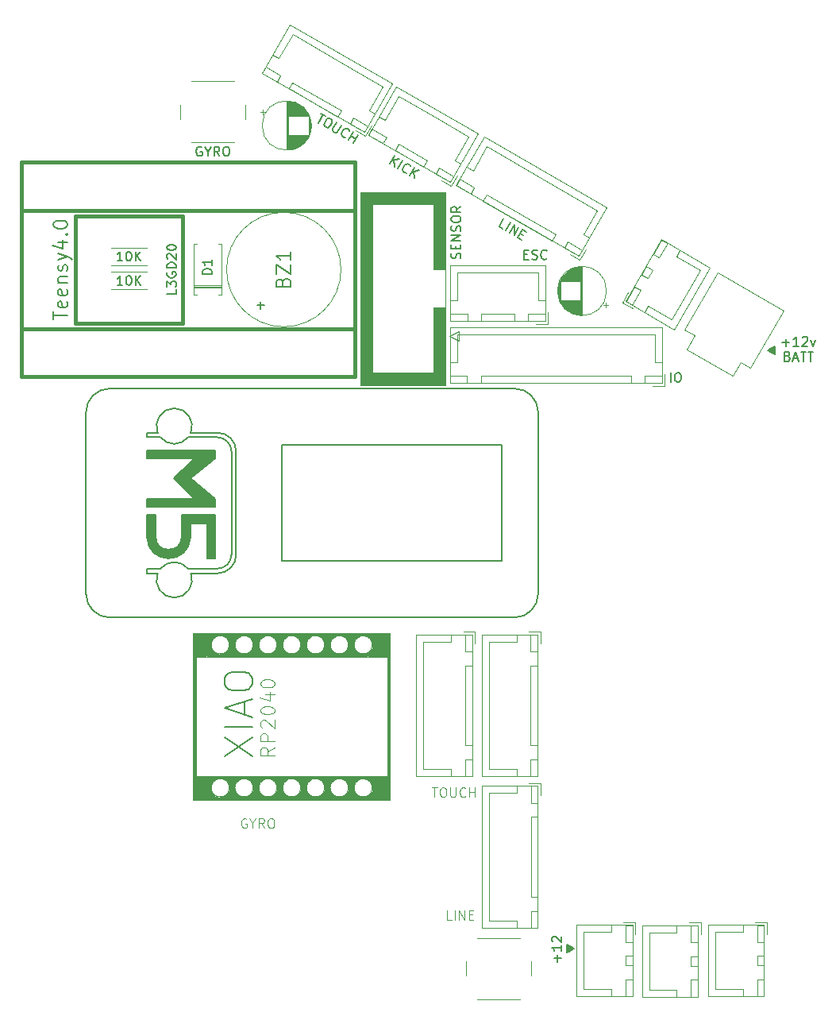
<source format=gbr>
%TF.GenerationSoftware,KiCad,Pcbnew,7.0.9*%
%TF.CreationDate,2024-01-04T14:48:31+09:00*%
%TF.ProjectId,MainBoard,4d61696e-426f-4617-9264-2e6b69636164,rev?*%
%TF.SameCoordinates,Original*%
%TF.FileFunction,Legend,Top*%
%TF.FilePolarity,Positive*%
%FSLAX46Y46*%
G04 Gerber Fmt 4.6, Leading zero omitted, Abs format (unit mm)*
G04 Created by KiCad (PCBNEW 7.0.9) date 2024-01-04 14:48:31*
%MOMM*%
%LPD*%
G01*
G04 APERTURE LIST*
%ADD10C,0.200000*%
%ADD11C,0.150000*%
%ADD12C,0.100000*%
%ADD13C,0.180000*%
%ADD14C,0.120000*%
%ADD15C,0.400000*%
G04 APERTURE END LIST*
D10*
X130959999Y-99609200D02*
G75*
G03*
X135560001Y-99609200I2300001J0D01*
G01*
X138460000Y-103009200D02*
G75*
G03*
X139960000Y-101509200I0J1500000D01*
G01*
X135333093Y-89009200D02*
X138460000Y-89009200D01*
D11*
X138195705Y-91218754D02*
X135558547Y-93393733D01*
X138195705Y-95568713D01*
X138195705Y-96409200D01*
X130960000Y-96409200D01*
X130960000Y-95568713D01*
X136060000Y-95568713D01*
X133796231Y-93393733D01*
X136060000Y-91218754D01*
X130960000Y-91218754D01*
X130960000Y-90378266D01*
X138195705Y-90378266D01*
X138195705Y-91218754D01*
G36*
X138195705Y-91218754D02*
G01*
X135558547Y-93393733D01*
X138195705Y-95568713D01*
X138195705Y-96409200D01*
X130960000Y-96409200D01*
X130960000Y-95568713D01*
X136060000Y-95568713D01*
X133796231Y-93393733D01*
X136060000Y-91218754D01*
X130960000Y-91218754D01*
X130960000Y-90378266D01*
X138195705Y-90378266D01*
X138195705Y-91218754D01*
G37*
D10*
X168760000Y-89809200D02*
X168760000Y-102209200D01*
X132386908Y-103009200D02*
X130960000Y-103009200D01*
X130960000Y-89009200D02*
X132386908Y-89009200D01*
X170160000Y-108209200D02*
G75*
G03*
X172660000Y-105709200I0J2500000D01*
G01*
X140460000Y-101509200D02*
X140460000Y-90509200D01*
X130960000Y-90378266D02*
X138195705Y-90378266D01*
X130960000Y-97309200D02*
X131860000Y-97309200D01*
X138460000Y-103509200D02*
G75*
G03*
X140460000Y-101509200I0J2000000D01*
G01*
X130960000Y-95568713D02*
X136060000Y-95568713D01*
X138260000Y-97309200D02*
X138260000Y-101909200D01*
X130960000Y-91218754D02*
X130960000Y-90378266D01*
X135558547Y-93393733D02*
X138195705Y-95568713D01*
X138195705Y-91218754D02*
X135558547Y-93393733D01*
X124460000Y-86309200D02*
X124460000Y-105709200D01*
X132093648Y-88509200D02*
X130960000Y-88509200D01*
X135626353Y-88509200D02*
G75*
G03*
X132093649Y-88509200I-1766352J700000D01*
G01*
X135626352Y-103509200D02*
X138460000Y-103509200D01*
X139960000Y-90509200D02*
X139960000Y-101509200D01*
X130960000Y-103509200D02*
X132093648Y-103509200D01*
X126960000Y-83809200D02*
G75*
G03*
X124460000Y-86309200I0J-2500000D01*
G01*
X168760000Y-102209200D02*
X145360000Y-102209200D01*
D12*
X162725800Y-62887400D02*
X162763200Y-71094600D01*
X161492000Y-71102000D01*
X161492000Y-64162000D01*
X154992000Y-64162000D01*
X154992000Y-82142000D01*
X161492000Y-82142000D01*
X161492000Y-75202000D01*
X162802000Y-75202000D01*
X162802000Y-83442000D01*
X153682000Y-83442000D01*
X153682000Y-62862000D01*
X162725800Y-62887400D01*
G36*
X162725800Y-62887400D02*
G01*
X162763200Y-71094600D01*
X161492000Y-71102000D01*
X161492000Y-64162000D01*
X154992000Y-64162000D01*
X154992000Y-82142000D01*
X161492000Y-82142000D01*
X161492000Y-75202000D01*
X162802000Y-75202000D01*
X162802000Y-83442000D01*
X153682000Y-83442000D01*
X153682000Y-62862000D01*
X162725800Y-62887400D01*
G37*
D10*
X136060000Y-95568713D02*
X133796231Y-93393733D01*
X135333092Y-103009200D02*
G75*
G03*
X132386908Y-103009200I-1473092J-1200000D01*
G01*
X132093649Y-103509200D02*
G75*
G03*
X135626351Y-103509200I1766351J-700000D01*
G01*
X134660000Y-99609200D02*
X134660000Y-97309200D01*
X140460000Y-90509200D02*
G75*
G03*
X138460000Y-88509200I-2000000J0D01*
G01*
X130960000Y-88509200D02*
X130960000Y-89009200D01*
X130960000Y-96409200D02*
X130960000Y-95568713D01*
X133796231Y-93393733D02*
X136060000Y-91218754D01*
X124460000Y-105709200D02*
G75*
G03*
X126960000Y-108209200I2500000J0D01*
G01*
X131860000Y-97309200D02*
X131860000Y-99609200D01*
X138460000Y-88509200D02*
X135626353Y-88509200D01*
X137360000Y-101909200D02*
X137360000Y-98209200D01*
X138460000Y-103009200D02*
X135333092Y-103009200D01*
X136060000Y-91218754D02*
X130960000Y-91218754D01*
D11*
X131860000Y-99609200D02*
X132003800Y-100380800D01*
X132410200Y-100838000D01*
X133260000Y-101009200D01*
X134061200Y-100812600D01*
X134518400Y-100330000D01*
X134660000Y-99609200D01*
X134660000Y-97309200D01*
X138260000Y-97309200D01*
X138260000Y-101909200D01*
X137360000Y-101909200D01*
X137360000Y-98209200D01*
X135560000Y-98209200D01*
X135560001Y-99609200D01*
X135331200Y-100609400D01*
X134823200Y-101244400D01*
X134137400Y-101701600D01*
X133260000Y-101909201D01*
X132384800Y-101701600D01*
X131699000Y-101269800D01*
X131191000Y-100533200D01*
X130960000Y-99609200D01*
X130960000Y-97309200D01*
X131860000Y-97309200D01*
X131860000Y-99609200D01*
G36*
X131860000Y-99609200D02*
G01*
X132003800Y-100380800D01*
X132410200Y-100838000D01*
X133260000Y-101009200D01*
X134061200Y-100812600D01*
X134518400Y-100330000D01*
X134660000Y-99609200D01*
X134660000Y-97309200D01*
X138260000Y-97309200D01*
X138260000Y-101909200D01*
X137360000Y-101909200D01*
X137360000Y-98209200D01*
X135560000Y-98209200D01*
X135560001Y-99609200D01*
X135331200Y-100609400D01*
X134823200Y-101244400D01*
X134137400Y-101701600D01*
X133260000Y-101909201D01*
X132384800Y-101701600D01*
X131699000Y-101269800D01*
X131191000Y-100533200D01*
X130960000Y-99609200D01*
X130960000Y-97309200D01*
X131860000Y-97309200D01*
X131860000Y-99609200D01*
G37*
D10*
X138260000Y-101909200D02*
X137360000Y-101909200D01*
X139960000Y-90509200D02*
G75*
G03*
X138460000Y-89009200I-1500000J0D01*
G01*
X130960000Y-103009200D02*
X130960000Y-103509200D01*
X138195705Y-90378266D02*
X138195705Y-91218754D01*
X131860000Y-99609200D02*
G75*
G03*
X134660000Y-99609200I1400000J0D01*
G01*
X137360000Y-98209200D02*
X135560000Y-98209200D01*
X172660000Y-105709200D02*
X172660000Y-86309200D01*
X126960000Y-108209200D02*
X170160000Y-108209200D01*
X130960000Y-99609200D02*
X130960000Y-97309200D01*
X132386909Y-89009199D02*
G75*
G03*
X135333093Y-89009200I1473092J1200000D01*
G01*
X134660000Y-97309200D02*
X138260000Y-97309200D01*
X170160000Y-83809200D02*
X126960000Y-83809200D01*
X138195705Y-95568713D02*
X138195705Y-96409200D01*
X138195705Y-96409200D02*
X130960000Y-96409200D01*
X145360000Y-89809200D02*
X168760000Y-89809200D01*
X145360000Y-102209200D02*
X145360000Y-89809200D01*
X135560000Y-98209200D02*
X135560001Y-99609200D01*
X172660000Y-86309200D02*
G75*
G03*
X170160000Y-83809200I-2500000J0D01*
G01*
X198691714Y-78902266D02*
X199453619Y-78902266D01*
X199072666Y-79283219D02*
X199072666Y-78521314D01*
X200453618Y-79283219D02*
X199882190Y-79283219D01*
X200167904Y-79283219D02*
X200167904Y-78283219D01*
X200167904Y-78283219D02*
X200072666Y-78426076D01*
X200072666Y-78426076D02*
X199977428Y-78521314D01*
X199977428Y-78521314D02*
X199882190Y-78568933D01*
X200834571Y-78378457D02*
X200882190Y-78330838D01*
X200882190Y-78330838D02*
X200977428Y-78283219D01*
X200977428Y-78283219D02*
X201215523Y-78283219D01*
X201215523Y-78283219D02*
X201310761Y-78330838D01*
X201310761Y-78330838D02*
X201358380Y-78378457D01*
X201358380Y-78378457D02*
X201405999Y-78473695D01*
X201405999Y-78473695D02*
X201405999Y-78568933D01*
X201405999Y-78568933D02*
X201358380Y-78711790D01*
X201358380Y-78711790D02*
X200786952Y-79283219D01*
X200786952Y-79283219D02*
X201405999Y-79283219D01*
X201739333Y-78616552D02*
X201977428Y-79283219D01*
X201977428Y-79283219D02*
X202215523Y-78616552D01*
X199286952Y-80369409D02*
X199429809Y-80417028D01*
X199429809Y-80417028D02*
X199477428Y-80464647D01*
X199477428Y-80464647D02*
X199525047Y-80559885D01*
X199525047Y-80559885D02*
X199525047Y-80702742D01*
X199525047Y-80702742D02*
X199477428Y-80797980D01*
X199477428Y-80797980D02*
X199429809Y-80845600D01*
X199429809Y-80845600D02*
X199334571Y-80893219D01*
X199334571Y-80893219D02*
X198953619Y-80893219D01*
X198953619Y-80893219D02*
X198953619Y-79893219D01*
X198953619Y-79893219D02*
X199286952Y-79893219D01*
X199286952Y-79893219D02*
X199382190Y-79940838D01*
X199382190Y-79940838D02*
X199429809Y-79988457D01*
X199429809Y-79988457D02*
X199477428Y-80083695D01*
X199477428Y-80083695D02*
X199477428Y-80178933D01*
X199477428Y-80178933D02*
X199429809Y-80274171D01*
X199429809Y-80274171D02*
X199382190Y-80321790D01*
X199382190Y-80321790D02*
X199286952Y-80369409D01*
X199286952Y-80369409D02*
X198953619Y-80369409D01*
X199906000Y-80607504D02*
X200382190Y-80607504D01*
X199810762Y-80893219D02*
X200144095Y-79893219D01*
X200144095Y-79893219D02*
X200477428Y-80893219D01*
X200667905Y-79893219D02*
X201239333Y-79893219D01*
X200953619Y-80893219D02*
X200953619Y-79893219D01*
X201429810Y-79893219D02*
X202001238Y-79893219D01*
X201715524Y-80893219D02*
X201715524Y-79893219D01*
D11*
X175771398Y-143125914D02*
X175771398Y-143887819D01*
X175819017Y-143173533D02*
X175819017Y-143840200D01*
X175866636Y-143173533D02*
X175866636Y-143840200D01*
X175914255Y-143221152D02*
X175914255Y-143792580D01*
X175961874Y-143221152D02*
X175961874Y-143792580D01*
X176009493Y-143268771D02*
X176009493Y-143744961D01*
X176057112Y-143268771D02*
X176057112Y-143744961D01*
X176104731Y-143316390D02*
X176104731Y-143697342D01*
X176152350Y-143364009D02*
X176152350Y-143649723D01*
X176199969Y-143364009D02*
X176199969Y-143649723D01*
X176247588Y-143411628D02*
X176247588Y-143602104D01*
X176295207Y-143411628D02*
X176295207Y-143602104D01*
X176342826Y-143506866D02*
X176390445Y-143506866D01*
X176342826Y-143459247D02*
X176342826Y-143554485D01*
X175723779Y-143125914D02*
X176438064Y-143506866D01*
X176438064Y-143506866D02*
X175723779Y-143887819D01*
X176485684Y-143506866D02*
X175723779Y-143935438D01*
X175723779Y-143935438D02*
X175723779Y-143078295D01*
X175723779Y-143078295D02*
X176485684Y-143506866D01*
X197837201Y-80089285D02*
X197837201Y-79327380D01*
X197789582Y-80041666D02*
X197789582Y-79375000D01*
X197741963Y-80041666D02*
X197741963Y-79375000D01*
X197694344Y-79994047D02*
X197694344Y-79422619D01*
X197646725Y-79994047D02*
X197646725Y-79422619D01*
X197599106Y-79946428D02*
X197599106Y-79470238D01*
X197551487Y-79946428D02*
X197551487Y-79470238D01*
X197503868Y-79898809D02*
X197503868Y-79517857D01*
X197456249Y-79851190D02*
X197456249Y-79565476D01*
X197408630Y-79851190D02*
X197408630Y-79565476D01*
X197361011Y-79803571D02*
X197361011Y-79613095D01*
X197313392Y-79803571D02*
X197313392Y-79613095D01*
X197265773Y-79708333D02*
X197218154Y-79708333D01*
X197265773Y-79755952D02*
X197265773Y-79660714D01*
X197884820Y-80089285D02*
X197170535Y-79708333D01*
X197170535Y-79708333D02*
X197884820Y-79327380D01*
X197122916Y-79708333D02*
X197884820Y-79279761D01*
X197884820Y-79279761D02*
X197884820Y-80136904D01*
X197884820Y-80136904D02*
X197122916Y-79708333D01*
D10*
X174746266Y-144918326D02*
X174746266Y-144156422D01*
X175127219Y-144537374D02*
X174365314Y-144537374D01*
X175127219Y-143156422D02*
X175127219Y-143727850D01*
X175127219Y-143442136D02*
X174127219Y-143442136D01*
X174127219Y-143442136D02*
X174270076Y-143537374D01*
X174270076Y-143537374D02*
X174365314Y-143632612D01*
X174365314Y-143632612D02*
X174412933Y-143727850D01*
X174222457Y-142775469D02*
X174174838Y-142727850D01*
X174174838Y-142727850D02*
X174127219Y-142632612D01*
X174127219Y-142632612D02*
X174127219Y-142394517D01*
X174127219Y-142394517D02*
X174174838Y-142299279D01*
X174174838Y-142299279D02*
X174222457Y-142251660D01*
X174222457Y-142251660D02*
X174317695Y-142204041D01*
X174317695Y-142204041D02*
X174412933Y-142204041D01*
X174412933Y-142204041D02*
X174555790Y-142251660D01*
X174555790Y-142251660D02*
X175127219Y-142823088D01*
X175127219Y-142823088D02*
X175127219Y-142204041D01*
D11*
X128341523Y-72794019D02*
X127770095Y-72794019D01*
X128055809Y-72794019D02*
X128055809Y-71794019D01*
X128055809Y-71794019D02*
X127960571Y-71936876D01*
X127960571Y-71936876D02*
X127865333Y-72032114D01*
X127865333Y-72032114D02*
X127770095Y-72079733D01*
X128960571Y-71794019D02*
X129055809Y-71794019D01*
X129055809Y-71794019D02*
X129151047Y-71841638D01*
X129151047Y-71841638D02*
X129198666Y-71889257D01*
X129198666Y-71889257D02*
X129246285Y-71984495D01*
X129246285Y-71984495D02*
X129293904Y-72174971D01*
X129293904Y-72174971D02*
X129293904Y-72413066D01*
X129293904Y-72413066D02*
X129246285Y-72603542D01*
X129246285Y-72603542D02*
X129198666Y-72698780D01*
X129198666Y-72698780D02*
X129151047Y-72746400D01*
X129151047Y-72746400D02*
X129055809Y-72794019D01*
X129055809Y-72794019D02*
X128960571Y-72794019D01*
X128960571Y-72794019D02*
X128865333Y-72746400D01*
X128865333Y-72746400D02*
X128817714Y-72698780D01*
X128817714Y-72698780D02*
X128770095Y-72603542D01*
X128770095Y-72603542D02*
X128722476Y-72413066D01*
X128722476Y-72413066D02*
X128722476Y-72174971D01*
X128722476Y-72174971D02*
X128770095Y-71984495D01*
X128770095Y-71984495D02*
X128817714Y-71889257D01*
X128817714Y-71889257D02*
X128865333Y-71841638D01*
X128865333Y-71841638D02*
X128960571Y-71794019D01*
X129722476Y-72794019D02*
X129722476Y-71794019D01*
X130293904Y-72794019D02*
X129865333Y-72222590D01*
X130293904Y-71794019D02*
X129722476Y-72365447D01*
X128341523Y-70203219D02*
X127770095Y-70203219D01*
X128055809Y-70203219D02*
X128055809Y-69203219D01*
X128055809Y-69203219D02*
X127960571Y-69346076D01*
X127960571Y-69346076D02*
X127865333Y-69441314D01*
X127865333Y-69441314D02*
X127770095Y-69488933D01*
X128960571Y-69203219D02*
X129055809Y-69203219D01*
X129055809Y-69203219D02*
X129151047Y-69250838D01*
X129151047Y-69250838D02*
X129198666Y-69298457D01*
X129198666Y-69298457D02*
X129246285Y-69393695D01*
X129246285Y-69393695D02*
X129293904Y-69584171D01*
X129293904Y-69584171D02*
X129293904Y-69822266D01*
X129293904Y-69822266D02*
X129246285Y-70012742D01*
X129246285Y-70012742D02*
X129198666Y-70107980D01*
X129198666Y-70107980D02*
X129151047Y-70155600D01*
X129151047Y-70155600D02*
X129055809Y-70203219D01*
X129055809Y-70203219D02*
X128960571Y-70203219D01*
X128960571Y-70203219D02*
X128865333Y-70155600D01*
X128865333Y-70155600D02*
X128817714Y-70107980D01*
X128817714Y-70107980D02*
X128770095Y-70012742D01*
X128770095Y-70012742D02*
X128722476Y-69822266D01*
X128722476Y-69822266D02*
X128722476Y-69584171D01*
X128722476Y-69584171D02*
X128770095Y-69393695D01*
X128770095Y-69393695D02*
X128817714Y-69298457D01*
X128817714Y-69298457D02*
X128865333Y-69250838D01*
X128865333Y-69250838D02*
X128960571Y-69203219D01*
X129722476Y-70203219D02*
X129722476Y-69203219D01*
X130293904Y-70203219D02*
X129865333Y-69631790D01*
X130293904Y-69203219D02*
X129722476Y-69774647D01*
D10*
X168907217Y-66807642D02*
X168494824Y-66569547D01*
X168494824Y-66569547D02*
X168994824Y-65703521D01*
X169195892Y-66974309D02*
X169695892Y-66108283D01*
X169608285Y-67212404D02*
X170108285Y-66346378D01*
X170108285Y-66346378D02*
X170103156Y-67498118D01*
X170103156Y-67498118D02*
X170603156Y-66632093D01*
X170777454Y-67282581D02*
X171066129Y-67449248D01*
X170927942Y-67974309D02*
X170515549Y-67736213D01*
X170515549Y-67736213D02*
X171015549Y-66870188D01*
X171015549Y-66870188D02*
X171427942Y-67108283D01*
D12*
X163433238Y-140411419D02*
X162957048Y-140411419D01*
X162957048Y-140411419D02*
X162957048Y-139411419D01*
X163766572Y-140411419D02*
X163766572Y-139411419D01*
X164242762Y-140411419D02*
X164242762Y-139411419D01*
X164242762Y-139411419D02*
X164814190Y-140411419D01*
X164814190Y-140411419D02*
X164814190Y-139411419D01*
X165290381Y-139887609D02*
X165623714Y-139887609D01*
X165766571Y-140411419D02*
X165290381Y-140411419D01*
X165290381Y-140411419D02*
X165290381Y-139411419D01*
X165290381Y-139411419D02*
X165766571Y-139411419D01*
D13*
X120977568Y-76477141D02*
X120977568Y-75619999D01*
X122477568Y-76048570D02*
X120977568Y-76048570D01*
X122406140Y-74548570D02*
X122477568Y-74691427D01*
X122477568Y-74691427D02*
X122477568Y-74977142D01*
X122477568Y-74977142D02*
X122406140Y-75119999D01*
X122406140Y-75119999D02*
X122263282Y-75191427D01*
X122263282Y-75191427D02*
X121691854Y-75191427D01*
X121691854Y-75191427D02*
X121548997Y-75119999D01*
X121548997Y-75119999D02*
X121477568Y-74977142D01*
X121477568Y-74977142D02*
X121477568Y-74691427D01*
X121477568Y-74691427D02*
X121548997Y-74548570D01*
X121548997Y-74548570D02*
X121691854Y-74477142D01*
X121691854Y-74477142D02*
X121834711Y-74477142D01*
X121834711Y-74477142D02*
X121977568Y-75191427D01*
X122406140Y-73262856D02*
X122477568Y-73405713D01*
X122477568Y-73405713D02*
X122477568Y-73691428D01*
X122477568Y-73691428D02*
X122406140Y-73834285D01*
X122406140Y-73834285D02*
X122263282Y-73905713D01*
X122263282Y-73905713D02*
X121691854Y-73905713D01*
X121691854Y-73905713D02*
X121548997Y-73834285D01*
X121548997Y-73834285D02*
X121477568Y-73691428D01*
X121477568Y-73691428D02*
X121477568Y-73405713D01*
X121477568Y-73405713D02*
X121548997Y-73262856D01*
X121548997Y-73262856D02*
X121691854Y-73191428D01*
X121691854Y-73191428D02*
X121834711Y-73191428D01*
X121834711Y-73191428D02*
X121977568Y-73905713D01*
X121477568Y-72548571D02*
X122477568Y-72548571D01*
X121620425Y-72548571D02*
X121548997Y-72477142D01*
X121548997Y-72477142D02*
X121477568Y-72334285D01*
X121477568Y-72334285D02*
X121477568Y-72119999D01*
X121477568Y-72119999D02*
X121548997Y-71977142D01*
X121548997Y-71977142D02*
X121691854Y-71905714D01*
X121691854Y-71905714D02*
X122477568Y-71905714D01*
X122406140Y-71262856D02*
X122477568Y-71119999D01*
X122477568Y-71119999D02*
X122477568Y-70834285D01*
X122477568Y-70834285D02*
X122406140Y-70691428D01*
X122406140Y-70691428D02*
X122263282Y-70619999D01*
X122263282Y-70619999D02*
X122191854Y-70619999D01*
X122191854Y-70619999D02*
X122048997Y-70691428D01*
X122048997Y-70691428D02*
X121977568Y-70834285D01*
X121977568Y-70834285D02*
X121977568Y-71048571D01*
X121977568Y-71048571D02*
X121906140Y-71191428D01*
X121906140Y-71191428D02*
X121763282Y-71262856D01*
X121763282Y-71262856D02*
X121691854Y-71262856D01*
X121691854Y-71262856D02*
X121548997Y-71191428D01*
X121548997Y-71191428D02*
X121477568Y-71048571D01*
X121477568Y-71048571D02*
X121477568Y-70834285D01*
X121477568Y-70834285D02*
X121548997Y-70691428D01*
X121477568Y-70119999D02*
X122477568Y-69762856D01*
X121477568Y-69405713D02*
X122477568Y-69762856D01*
X122477568Y-69762856D02*
X122834711Y-69905713D01*
X122834711Y-69905713D02*
X122906140Y-69977142D01*
X122906140Y-69977142D02*
X122977568Y-70119999D01*
X121477568Y-68191428D02*
X122477568Y-68191428D01*
X120906140Y-68548570D02*
X121977568Y-68905713D01*
X121977568Y-68905713D02*
X121977568Y-67977142D01*
X122334711Y-67405714D02*
X122406140Y-67334285D01*
X122406140Y-67334285D02*
X122477568Y-67405714D01*
X122477568Y-67405714D02*
X122406140Y-67477142D01*
X122406140Y-67477142D02*
X122334711Y-67405714D01*
X122334711Y-67405714D02*
X122477568Y-67405714D01*
X120977568Y-66405713D02*
X120977568Y-66262856D01*
X120977568Y-66262856D02*
X121048997Y-66119999D01*
X121048997Y-66119999D02*
X121120425Y-66048571D01*
X121120425Y-66048571D02*
X121263282Y-65977142D01*
X121263282Y-65977142D02*
X121548997Y-65905713D01*
X121548997Y-65905713D02*
X121906140Y-65905713D01*
X121906140Y-65905713D02*
X122191854Y-65977142D01*
X122191854Y-65977142D02*
X122334711Y-66048571D01*
X122334711Y-66048571D02*
X122406140Y-66119999D01*
X122406140Y-66119999D02*
X122477568Y-66262856D01*
X122477568Y-66262856D02*
X122477568Y-66405713D01*
X122477568Y-66405713D02*
X122406140Y-66548571D01*
X122406140Y-66548571D02*
X122334711Y-66619999D01*
X122334711Y-66619999D02*
X122191854Y-66691428D01*
X122191854Y-66691428D02*
X121906140Y-66762856D01*
X121906140Y-66762856D02*
X121548997Y-66762856D01*
X121548997Y-66762856D02*
X121263282Y-66691428D01*
X121263282Y-66691428D02*
X121120425Y-66619999D01*
X121120425Y-66619999D02*
X121048997Y-66548571D01*
X121048997Y-66548571D02*
X120977568Y-66405713D01*
D10*
X149489545Y-54481036D02*
X149984417Y-54766750D01*
X149236981Y-55489918D02*
X149736981Y-54623893D01*
X150438050Y-55028655D02*
X150603007Y-55123893D01*
X150603007Y-55123893D02*
X150661676Y-55212751D01*
X150661676Y-55212751D02*
X150696535Y-55342849D01*
X150696535Y-55342849D02*
X150642537Y-55531616D01*
X150642537Y-55531616D02*
X150475870Y-55820291D01*
X150475870Y-55820291D02*
X150339393Y-55961439D01*
X150339393Y-55961439D02*
X150209295Y-55996298D01*
X150209295Y-55996298D02*
X150103007Y-55989918D01*
X150103007Y-55989918D02*
X149938050Y-55894680D01*
X149938050Y-55894680D02*
X149879380Y-55805822D01*
X149879380Y-55805822D02*
X149844521Y-55675724D01*
X149844521Y-55675724D02*
X149898520Y-55486958D01*
X149898520Y-55486958D02*
X150065186Y-55198283D01*
X150065186Y-55198283D02*
X150201664Y-55057135D01*
X150201664Y-55057135D02*
X150331761Y-55022275D01*
X150331761Y-55022275D02*
X150438050Y-55028655D01*
X151180357Y-55457226D02*
X150775595Y-56158295D01*
X150775595Y-56158295D02*
X150769215Y-56264583D01*
X150769215Y-56264583D02*
X150786645Y-56329632D01*
X150786645Y-56329632D02*
X150845314Y-56418490D01*
X150845314Y-56418490D02*
X151010271Y-56513728D01*
X151010271Y-56513728D02*
X151116560Y-56520108D01*
X151116560Y-56520108D02*
X151181608Y-56502678D01*
X151181608Y-56502678D02*
X151270467Y-56444009D01*
X151270467Y-56444009D02*
X151675229Y-55742941D01*
X152130112Y-57050297D02*
X152065064Y-57067727D01*
X152065064Y-57067727D02*
X151917536Y-57037537D01*
X151917536Y-57037537D02*
X151835058Y-56989918D01*
X151835058Y-56989918D02*
X151735149Y-56877251D01*
X151735149Y-56877251D02*
X151700290Y-56747153D01*
X151700290Y-56747153D02*
X151706669Y-56640865D01*
X151706669Y-56640865D02*
X151760668Y-56452098D01*
X151760668Y-56452098D02*
X151832097Y-56328380D01*
X151832097Y-56328380D02*
X151968574Y-56187232D01*
X151968574Y-56187232D02*
X152057432Y-56128563D01*
X152057432Y-56128563D02*
X152187530Y-56093704D01*
X152187530Y-56093704D02*
X152335058Y-56123893D01*
X152335058Y-56123893D02*
X152417536Y-56171512D01*
X152417536Y-56171512D02*
X152517445Y-56284180D01*
X152517445Y-56284180D02*
X152534874Y-56349229D01*
X152453647Y-57347061D02*
X152953647Y-56481036D01*
X152715552Y-56893429D02*
X153210424Y-57179143D01*
X152948519Y-57632776D02*
X153448519Y-56766750D01*
X164361600Y-69944904D02*
X164409219Y-69802047D01*
X164409219Y-69802047D02*
X164409219Y-69563952D01*
X164409219Y-69563952D02*
X164361600Y-69468714D01*
X164361600Y-69468714D02*
X164313980Y-69421095D01*
X164313980Y-69421095D02*
X164218742Y-69373476D01*
X164218742Y-69373476D02*
X164123504Y-69373476D01*
X164123504Y-69373476D02*
X164028266Y-69421095D01*
X164028266Y-69421095D02*
X163980647Y-69468714D01*
X163980647Y-69468714D02*
X163933028Y-69563952D01*
X163933028Y-69563952D02*
X163885409Y-69754428D01*
X163885409Y-69754428D02*
X163837790Y-69849666D01*
X163837790Y-69849666D02*
X163790171Y-69897285D01*
X163790171Y-69897285D02*
X163694933Y-69944904D01*
X163694933Y-69944904D02*
X163599695Y-69944904D01*
X163599695Y-69944904D02*
X163504457Y-69897285D01*
X163504457Y-69897285D02*
X163456838Y-69849666D01*
X163456838Y-69849666D02*
X163409219Y-69754428D01*
X163409219Y-69754428D02*
X163409219Y-69516333D01*
X163409219Y-69516333D02*
X163456838Y-69373476D01*
X163885409Y-68944904D02*
X163885409Y-68611571D01*
X164409219Y-68468714D02*
X164409219Y-68944904D01*
X164409219Y-68944904D02*
X163409219Y-68944904D01*
X163409219Y-68944904D02*
X163409219Y-68468714D01*
X164409219Y-68040142D02*
X163409219Y-68040142D01*
X163409219Y-68040142D02*
X164409219Y-67468714D01*
X164409219Y-67468714D02*
X163409219Y-67468714D01*
X164361600Y-67040142D02*
X164409219Y-66897285D01*
X164409219Y-66897285D02*
X164409219Y-66659190D01*
X164409219Y-66659190D02*
X164361600Y-66563952D01*
X164361600Y-66563952D02*
X164313980Y-66516333D01*
X164313980Y-66516333D02*
X164218742Y-66468714D01*
X164218742Y-66468714D02*
X164123504Y-66468714D01*
X164123504Y-66468714D02*
X164028266Y-66516333D01*
X164028266Y-66516333D02*
X163980647Y-66563952D01*
X163980647Y-66563952D02*
X163933028Y-66659190D01*
X163933028Y-66659190D02*
X163885409Y-66849666D01*
X163885409Y-66849666D02*
X163837790Y-66944904D01*
X163837790Y-66944904D02*
X163790171Y-66992523D01*
X163790171Y-66992523D02*
X163694933Y-67040142D01*
X163694933Y-67040142D02*
X163599695Y-67040142D01*
X163599695Y-67040142D02*
X163504457Y-66992523D01*
X163504457Y-66992523D02*
X163456838Y-66944904D01*
X163456838Y-66944904D02*
X163409219Y-66849666D01*
X163409219Y-66849666D02*
X163409219Y-66611571D01*
X163409219Y-66611571D02*
X163456838Y-66468714D01*
X163409219Y-65849666D02*
X163409219Y-65659190D01*
X163409219Y-65659190D02*
X163456838Y-65563952D01*
X163456838Y-65563952D02*
X163552076Y-65468714D01*
X163552076Y-65468714D02*
X163742552Y-65421095D01*
X163742552Y-65421095D02*
X164075885Y-65421095D01*
X164075885Y-65421095D02*
X164266361Y-65468714D01*
X164266361Y-65468714D02*
X164361600Y-65563952D01*
X164361600Y-65563952D02*
X164409219Y-65659190D01*
X164409219Y-65659190D02*
X164409219Y-65849666D01*
X164409219Y-65849666D02*
X164361600Y-65944904D01*
X164361600Y-65944904D02*
X164266361Y-66040142D01*
X164266361Y-66040142D02*
X164075885Y-66087761D01*
X164075885Y-66087761D02*
X163742552Y-66087761D01*
X163742552Y-66087761D02*
X163552076Y-66040142D01*
X163552076Y-66040142D02*
X163456838Y-65944904D01*
X163456838Y-65944904D02*
X163409219Y-65849666D01*
X164409219Y-64421095D02*
X163933028Y-64754428D01*
X164409219Y-64992523D02*
X163409219Y-64992523D01*
X163409219Y-64992523D02*
X163409219Y-64611571D01*
X163409219Y-64611571D02*
X163456838Y-64516333D01*
X163456838Y-64516333D02*
X163504457Y-64468714D01*
X163504457Y-64468714D02*
X163599695Y-64421095D01*
X163599695Y-64421095D02*
X163742552Y-64421095D01*
X163742552Y-64421095D02*
X163837790Y-64468714D01*
X163837790Y-64468714D02*
X163885409Y-64516333D01*
X163885409Y-64516333D02*
X163933028Y-64611571D01*
X163933028Y-64611571D02*
X163933028Y-64992523D01*
D11*
X136783523Y-58072438D02*
X136688285Y-58024819D01*
X136688285Y-58024819D02*
X136545428Y-58024819D01*
X136545428Y-58024819D02*
X136402571Y-58072438D01*
X136402571Y-58072438D02*
X136307333Y-58167676D01*
X136307333Y-58167676D02*
X136259714Y-58262914D01*
X136259714Y-58262914D02*
X136212095Y-58453390D01*
X136212095Y-58453390D02*
X136212095Y-58596247D01*
X136212095Y-58596247D02*
X136259714Y-58786723D01*
X136259714Y-58786723D02*
X136307333Y-58881961D01*
X136307333Y-58881961D02*
X136402571Y-58977200D01*
X136402571Y-58977200D02*
X136545428Y-59024819D01*
X136545428Y-59024819D02*
X136640666Y-59024819D01*
X136640666Y-59024819D02*
X136783523Y-58977200D01*
X136783523Y-58977200D02*
X136831142Y-58929580D01*
X136831142Y-58929580D02*
X136831142Y-58596247D01*
X136831142Y-58596247D02*
X136640666Y-58596247D01*
X137450190Y-58548628D02*
X137450190Y-59024819D01*
X137116857Y-58024819D02*
X137450190Y-58548628D01*
X137450190Y-58548628D02*
X137783523Y-58024819D01*
X138688285Y-59024819D02*
X138354952Y-58548628D01*
X138116857Y-59024819D02*
X138116857Y-58024819D01*
X138116857Y-58024819D02*
X138497809Y-58024819D01*
X138497809Y-58024819D02*
X138593047Y-58072438D01*
X138593047Y-58072438D02*
X138640666Y-58120057D01*
X138640666Y-58120057D02*
X138688285Y-58215295D01*
X138688285Y-58215295D02*
X138688285Y-58358152D01*
X138688285Y-58358152D02*
X138640666Y-58453390D01*
X138640666Y-58453390D02*
X138593047Y-58501009D01*
X138593047Y-58501009D02*
X138497809Y-58548628D01*
X138497809Y-58548628D02*
X138116857Y-58548628D01*
X139307333Y-58024819D02*
X139497809Y-58024819D01*
X139497809Y-58024819D02*
X139593047Y-58072438D01*
X139593047Y-58072438D02*
X139688285Y-58167676D01*
X139688285Y-58167676D02*
X139735904Y-58358152D01*
X139735904Y-58358152D02*
X139735904Y-58691485D01*
X139735904Y-58691485D02*
X139688285Y-58881961D01*
X139688285Y-58881961D02*
X139593047Y-58977200D01*
X139593047Y-58977200D02*
X139497809Y-59024819D01*
X139497809Y-59024819D02*
X139307333Y-59024819D01*
X139307333Y-59024819D02*
X139212095Y-58977200D01*
X139212095Y-58977200D02*
X139116857Y-58881961D01*
X139116857Y-58881961D02*
X139069238Y-58691485D01*
X139069238Y-58691485D02*
X139069238Y-58358152D01*
X139069238Y-58358152D02*
X139116857Y-58167676D01*
X139116857Y-58167676D02*
X139212095Y-58072438D01*
X139212095Y-58072438D02*
X139307333Y-58024819D01*
D12*
X141557523Y-129680038D02*
X141462285Y-129632419D01*
X141462285Y-129632419D02*
X141319428Y-129632419D01*
X141319428Y-129632419D02*
X141176571Y-129680038D01*
X141176571Y-129680038D02*
X141081333Y-129775276D01*
X141081333Y-129775276D02*
X141033714Y-129870514D01*
X141033714Y-129870514D02*
X140986095Y-130060990D01*
X140986095Y-130060990D02*
X140986095Y-130203847D01*
X140986095Y-130203847D02*
X141033714Y-130394323D01*
X141033714Y-130394323D02*
X141081333Y-130489561D01*
X141081333Y-130489561D02*
X141176571Y-130584800D01*
X141176571Y-130584800D02*
X141319428Y-130632419D01*
X141319428Y-130632419D02*
X141414666Y-130632419D01*
X141414666Y-130632419D02*
X141557523Y-130584800D01*
X141557523Y-130584800D02*
X141605142Y-130537180D01*
X141605142Y-130537180D02*
X141605142Y-130203847D01*
X141605142Y-130203847D02*
X141414666Y-130203847D01*
X142224190Y-130156228D02*
X142224190Y-130632419D01*
X141890857Y-129632419D02*
X142224190Y-130156228D01*
X142224190Y-130156228D02*
X142557523Y-129632419D01*
X143462285Y-130632419D02*
X143128952Y-130156228D01*
X142890857Y-130632419D02*
X142890857Y-129632419D01*
X142890857Y-129632419D02*
X143271809Y-129632419D01*
X143271809Y-129632419D02*
X143367047Y-129680038D01*
X143367047Y-129680038D02*
X143414666Y-129727657D01*
X143414666Y-129727657D02*
X143462285Y-129822895D01*
X143462285Y-129822895D02*
X143462285Y-129965752D01*
X143462285Y-129965752D02*
X143414666Y-130060990D01*
X143414666Y-130060990D02*
X143367047Y-130108609D01*
X143367047Y-130108609D02*
X143271809Y-130156228D01*
X143271809Y-130156228D02*
X142890857Y-130156228D01*
X144081333Y-129632419D02*
X144271809Y-129632419D01*
X144271809Y-129632419D02*
X144367047Y-129680038D01*
X144367047Y-129680038D02*
X144462285Y-129775276D01*
X144462285Y-129775276D02*
X144509904Y-129965752D01*
X144509904Y-129965752D02*
X144509904Y-130299085D01*
X144509904Y-130299085D02*
X144462285Y-130489561D01*
X144462285Y-130489561D02*
X144367047Y-130584800D01*
X144367047Y-130584800D02*
X144271809Y-130632419D01*
X144271809Y-130632419D02*
X144081333Y-130632419D01*
X144081333Y-130632419D02*
X143986095Y-130584800D01*
X143986095Y-130584800D02*
X143890857Y-130489561D01*
X143890857Y-130489561D02*
X143843238Y-130299085D01*
X143843238Y-130299085D02*
X143843238Y-129965752D01*
X143843238Y-129965752D02*
X143890857Y-129775276D01*
X143890857Y-129775276D02*
X143986095Y-129680038D01*
X143986095Y-129680038D02*
X144081333Y-129632419D01*
D10*
X186801191Y-83129219D02*
X186801191Y-82129219D01*
X187467857Y-82129219D02*
X187658333Y-82129219D01*
X187658333Y-82129219D02*
X187753571Y-82176838D01*
X187753571Y-82176838D02*
X187848809Y-82272076D01*
X187848809Y-82272076D02*
X187896428Y-82462552D01*
X187896428Y-82462552D02*
X187896428Y-82795885D01*
X187896428Y-82795885D02*
X187848809Y-82986361D01*
X187848809Y-82986361D02*
X187753571Y-83081600D01*
X187753571Y-83081600D02*
X187658333Y-83129219D01*
X187658333Y-83129219D02*
X187467857Y-83129219D01*
X187467857Y-83129219D02*
X187372619Y-83081600D01*
X187372619Y-83081600D02*
X187277381Y-82986361D01*
X187277381Y-82986361D02*
X187229762Y-82795885D01*
X187229762Y-82795885D02*
X187229762Y-82462552D01*
X187229762Y-82462552D02*
X187277381Y-82272076D01*
X187277381Y-82272076D02*
X187372619Y-82176838D01*
X187372619Y-82176838D02*
X187467857Y-82129219D01*
D11*
X134058819Y-73239047D02*
X134058819Y-73715237D01*
X134058819Y-73715237D02*
X133058819Y-73715237D01*
X133058819Y-73000951D02*
X133058819Y-72381904D01*
X133058819Y-72381904D02*
X133439771Y-72715237D01*
X133439771Y-72715237D02*
X133439771Y-72572380D01*
X133439771Y-72572380D02*
X133487390Y-72477142D01*
X133487390Y-72477142D02*
X133535009Y-72429523D01*
X133535009Y-72429523D02*
X133630247Y-72381904D01*
X133630247Y-72381904D02*
X133868342Y-72381904D01*
X133868342Y-72381904D02*
X133963580Y-72429523D01*
X133963580Y-72429523D02*
X134011200Y-72477142D01*
X134011200Y-72477142D02*
X134058819Y-72572380D01*
X134058819Y-72572380D02*
X134058819Y-72858094D01*
X134058819Y-72858094D02*
X134011200Y-72953332D01*
X134011200Y-72953332D02*
X133963580Y-73000951D01*
X133106438Y-71429523D02*
X133058819Y-71524761D01*
X133058819Y-71524761D02*
X133058819Y-71667618D01*
X133058819Y-71667618D02*
X133106438Y-71810475D01*
X133106438Y-71810475D02*
X133201676Y-71905713D01*
X133201676Y-71905713D02*
X133296914Y-71953332D01*
X133296914Y-71953332D02*
X133487390Y-72000951D01*
X133487390Y-72000951D02*
X133630247Y-72000951D01*
X133630247Y-72000951D02*
X133820723Y-71953332D01*
X133820723Y-71953332D02*
X133915961Y-71905713D01*
X133915961Y-71905713D02*
X134011200Y-71810475D01*
X134011200Y-71810475D02*
X134058819Y-71667618D01*
X134058819Y-71667618D02*
X134058819Y-71572380D01*
X134058819Y-71572380D02*
X134011200Y-71429523D01*
X134011200Y-71429523D02*
X133963580Y-71381904D01*
X133963580Y-71381904D02*
X133630247Y-71381904D01*
X133630247Y-71381904D02*
X133630247Y-71572380D01*
X134058819Y-70953332D02*
X133058819Y-70953332D01*
X133058819Y-70953332D02*
X133058819Y-70715237D01*
X133058819Y-70715237D02*
X133106438Y-70572380D01*
X133106438Y-70572380D02*
X133201676Y-70477142D01*
X133201676Y-70477142D02*
X133296914Y-70429523D01*
X133296914Y-70429523D02*
X133487390Y-70381904D01*
X133487390Y-70381904D02*
X133630247Y-70381904D01*
X133630247Y-70381904D02*
X133820723Y-70429523D01*
X133820723Y-70429523D02*
X133915961Y-70477142D01*
X133915961Y-70477142D02*
X134011200Y-70572380D01*
X134011200Y-70572380D02*
X134058819Y-70715237D01*
X134058819Y-70715237D02*
X134058819Y-70953332D01*
X133154057Y-70000951D02*
X133106438Y-69953332D01*
X133106438Y-69953332D02*
X133058819Y-69858094D01*
X133058819Y-69858094D02*
X133058819Y-69619999D01*
X133058819Y-69619999D02*
X133106438Y-69524761D01*
X133106438Y-69524761D02*
X133154057Y-69477142D01*
X133154057Y-69477142D02*
X133249295Y-69429523D01*
X133249295Y-69429523D02*
X133344533Y-69429523D01*
X133344533Y-69429523D02*
X133487390Y-69477142D01*
X133487390Y-69477142D02*
X134058819Y-70048570D01*
X134058819Y-70048570D02*
X134058819Y-69429523D01*
X133058819Y-68810475D02*
X133058819Y-68715237D01*
X133058819Y-68715237D02*
X133106438Y-68619999D01*
X133106438Y-68619999D02*
X133154057Y-68572380D01*
X133154057Y-68572380D02*
X133249295Y-68524761D01*
X133249295Y-68524761D02*
X133439771Y-68477142D01*
X133439771Y-68477142D02*
X133677866Y-68477142D01*
X133677866Y-68477142D02*
X133868342Y-68524761D01*
X133868342Y-68524761D02*
X133963580Y-68572380D01*
X133963580Y-68572380D02*
X134011200Y-68619999D01*
X134011200Y-68619999D02*
X134058819Y-68715237D01*
X134058819Y-68715237D02*
X134058819Y-68810475D01*
X134058819Y-68810475D02*
X134011200Y-68905713D01*
X134011200Y-68905713D02*
X133963580Y-68953332D01*
X133963580Y-68953332D02*
X133868342Y-69000951D01*
X133868342Y-69000951D02*
X133677866Y-69048570D01*
X133677866Y-69048570D02*
X133439771Y-69048570D01*
X133439771Y-69048570D02*
X133249295Y-69000951D01*
X133249295Y-69000951D02*
X133154057Y-68953332D01*
X133154057Y-68953332D02*
X133106438Y-68905713D01*
X133106438Y-68905713D02*
X133058819Y-68810475D01*
X137868819Y-71604094D02*
X136868819Y-71604094D01*
X136868819Y-71604094D02*
X136868819Y-71365999D01*
X136868819Y-71365999D02*
X136916438Y-71223142D01*
X136916438Y-71223142D02*
X137011676Y-71127904D01*
X137011676Y-71127904D02*
X137106914Y-71080285D01*
X137106914Y-71080285D02*
X137297390Y-71032666D01*
X137297390Y-71032666D02*
X137440247Y-71032666D01*
X137440247Y-71032666D02*
X137630723Y-71080285D01*
X137630723Y-71080285D02*
X137725961Y-71127904D01*
X137725961Y-71127904D02*
X137821200Y-71223142D01*
X137821200Y-71223142D02*
X137868819Y-71365999D01*
X137868819Y-71365999D02*
X137868819Y-71604094D01*
X137868819Y-70080285D02*
X137868819Y-70651713D01*
X137868819Y-70365999D02*
X136868819Y-70365999D01*
X136868819Y-70365999D02*
X137011676Y-70461237D01*
X137011676Y-70461237D02*
X137106914Y-70556475D01*
X137106914Y-70556475D02*
X137154533Y-70651713D01*
D12*
X161345857Y-126330419D02*
X161917285Y-126330419D01*
X161631571Y-127330419D02*
X161631571Y-126330419D01*
X162441095Y-126330419D02*
X162631571Y-126330419D01*
X162631571Y-126330419D02*
X162726809Y-126378038D01*
X162726809Y-126378038D02*
X162822047Y-126473276D01*
X162822047Y-126473276D02*
X162869666Y-126663752D01*
X162869666Y-126663752D02*
X162869666Y-126997085D01*
X162869666Y-126997085D02*
X162822047Y-127187561D01*
X162822047Y-127187561D02*
X162726809Y-127282800D01*
X162726809Y-127282800D02*
X162631571Y-127330419D01*
X162631571Y-127330419D02*
X162441095Y-127330419D01*
X162441095Y-127330419D02*
X162345857Y-127282800D01*
X162345857Y-127282800D02*
X162250619Y-127187561D01*
X162250619Y-127187561D02*
X162203000Y-126997085D01*
X162203000Y-126997085D02*
X162203000Y-126663752D01*
X162203000Y-126663752D02*
X162250619Y-126473276D01*
X162250619Y-126473276D02*
X162345857Y-126378038D01*
X162345857Y-126378038D02*
X162441095Y-126330419D01*
X163298238Y-126330419D02*
X163298238Y-127139942D01*
X163298238Y-127139942D02*
X163345857Y-127235180D01*
X163345857Y-127235180D02*
X163393476Y-127282800D01*
X163393476Y-127282800D02*
X163488714Y-127330419D01*
X163488714Y-127330419D02*
X163679190Y-127330419D01*
X163679190Y-127330419D02*
X163774428Y-127282800D01*
X163774428Y-127282800D02*
X163822047Y-127235180D01*
X163822047Y-127235180D02*
X163869666Y-127139942D01*
X163869666Y-127139942D02*
X163869666Y-126330419D01*
X164917285Y-127235180D02*
X164869666Y-127282800D01*
X164869666Y-127282800D02*
X164726809Y-127330419D01*
X164726809Y-127330419D02*
X164631571Y-127330419D01*
X164631571Y-127330419D02*
X164488714Y-127282800D01*
X164488714Y-127282800D02*
X164393476Y-127187561D01*
X164393476Y-127187561D02*
X164345857Y-127092323D01*
X164345857Y-127092323D02*
X164298238Y-126901847D01*
X164298238Y-126901847D02*
X164298238Y-126758990D01*
X164298238Y-126758990D02*
X164345857Y-126568514D01*
X164345857Y-126568514D02*
X164393476Y-126473276D01*
X164393476Y-126473276D02*
X164488714Y-126378038D01*
X164488714Y-126378038D02*
X164631571Y-126330419D01*
X164631571Y-126330419D02*
X164726809Y-126330419D01*
X164726809Y-126330419D02*
X164869666Y-126378038D01*
X164869666Y-126378038D02*
X164917285Y-126425657D01*
X165345857Y-127330419D02*
X165345857Y-126330419D01*
X165345857Y-126806609D02*
X165917285Y-126806609D01*
X165917285Y-127330419D02*
X165917285Y-126330419D01*
D10*
X156840788Y-59886023D02*
X157340788Y-59019997D01*
X157335660Y-60171737D02*
X157250220Y-59462580D01*
X157835660Y-59305712D02*
X157055074Y-59514869D01*
X157706813Y-60386023D02*
X158206813Y-59519997D01*
X158661697Y-60827353D02*
X158596648Y-60844783D01*
X158596648Y-60844783D02*
X158449121Y-60814594D01*
X158449121Y-60814594D02*
X158366642Y-60766975D01*
X158366642Y-60766975D02*
X158266734Y-60654307D01*
X158266734Y-60654307D02*
X158231874Y-60524209D01*
X158231874Y-60524209D02*
X158238254Y-60417921D01*
X158238254Y-60417921D02*
X158292253Y-60229155D01*
X158292253Y-60229155D02*
X158363681Y-60105437D01*
X158363681Y-60105437D02*
X158500158Y-59964289D01*
X158500158Y-59964289D02*
X158589017Y-59905620D01*
X158589017Y-59905620D02*
X158719115Y-59870760D01*
X158719115Y-59870760D02*
X158866642Y-59900950D01*
X158866642Y-59900950D02*
X158949121Y-59948569D01*
X158949121Y-59948569D02*
X159049029Y-60061236D01*
X159049029Y-60061236D02*
X159066459Y-60126285D01*
X158985232Y-61124118D02*
X159485232Y-60258092D01*
X159480103Y-61409832D02*
X159394664Y-60700675D01*
X159980103Y-60543807D02*
X159199517Y-60752964D01*
D11*
X139197657Y-123011628D02*
X142197657Y-121011628D01*
X139197657Y-121011628D02*
X142197657Y-123011628D01*
X142197657Y-119868771D02*
X139197657Y-119868771D01*
X141340514Y-118583057D02*
X141340514Y-117154486D01*
X142197657Y-118868771D02*
X139197657Y-117868771D01*
X139197657Y-117868771D02*
X142197657Y-116868771D01*
X139197657Y-115297342D02*
X139197657Y-114725914D01*
X139197657Y-114725914D02*
X139340514Y-114440199D01*
X139340514Y-114440199D02*
X139626228Y-114154485D01*
X139626228Y-114154485D02*
X140197657Y-114011628D01*
X140197657Y-114011628D02*
X141197657Y-114011628D01*
X141197657Y-114011628D02*
X141769085Y-114154485D01*
X141769085Y-114154485D02*
X142054800Y-114440199D01*
X142054800Y-114440199D02*
X142197657Y-114725914D01*
X142197657Y-114725914D02*
X142197657Y-115297342D01*
X142197657Y-115297342D02*
X142054800Y-115583057D01*
X142054800Y-115583057D02*
X141769085Y-115868771D01*
X141769085Y-115868771D02*
X141197657Y-116011628D01*
X141197657Y-116011628D02*
X140197657Y-116011628D01*
X140197657Y-116011628D02*
X139626228Y-115868771D01*
X139626228Y-115868771D02*
X139340514Y-115583057D01*
X139340514Y-115583057D02*
X139197657Y-115297342D01*
D12*
X144540428Y-122036925D02*
X143826142Y-122536925D01*
X144540428Y-122894068D02*
X143040428Y-122894068D01*
X143040428Y-122894068D02*
X143040428Y-122322639D01*
X143040428Y-122322639D02*
X143111857Y-122179782D01*
X143111857Y-122179782D02*
X143183285Y-122108353D01*
X143183285Y-122108353D02*
X143326142Y-122036925D01*
X143326142Y-122036925D02*
X143540428Y-122036925D01*
X143540428Y-122036925D02*
X143683285Y-122108353D01*
X143683285Y-122108353D02*
X143754714Y-122179782D01*
X143754714Y-122179782D02*
X143826142Y-122322639D01*
X143826142Y-122322639D02*
X143826142Y-122894068D01*
X144540428Y-121394068D02*
X143040428Y-121394068D01*
X143040428Y-121394068D02*
X143040428Y-120822639D01*
X143040428Y-120822639D02*
X143111857Y-120679782D01*
X143111857Y-120679782D02*
X143183285Y-120608353D01*
X143183285Y-120608353D02*
X143326142Y-120536925D01*
X143326142Y-120536925D02*
X143540428Y-120536925D01*
X143540428Y-120536925D02*
X143683285Y-120608353D01*
X143683285Y-120608353D02*
X143754714Y-120679782D01*
X143754714Y-120679782D02*
X143826142Y-120822639D01*
X143826142Y-120822639D02*
X143826142Y-121394068D01*
X143183285Y-119965496D02*
X143111857Y-119894068D01*
X143111857Y-119894068D02*
X143040428Y-119751211D01*
X143040428Y-119751211D02*
X143040428Y-119394068D01*
X143040428Y-119394068D02*
X143111857Y-119251211D01*
X143111857Y-119251211D02*
X143183285Y-119179782D01*
X143183285Y-119179782D02*
X143326142Y-119108353D01*
X143326142Y-119108353D02*
X143469000Y-119108353D01*
X143469000Y-119108353D02*
X143683285Y-119179782D01*
X143683285Y-119179782D02*
X144540428Y-120036925D01*
X144540428Y-120036925D02*
X144540428Y-119108353D01*
X143040428Y-118179782D02*
X143040428Y-118036925D01*
X143040428Y-118036925D02*
X143111857Y-117894068D01*
X143111857Y-117894068D02*
X143183285Y-117822640D01*
X143183285Y-117822640D02*
X143326142Y-117751211D01*
X143326142Y-117751211D02*
X143611857Y-117679782D01*
X143611857Y-117679782D02*
X143969000Y-117679782D01*
X143969000Y-117679782D02*
X144254714Y-117751211D01*
X144254714Y-117751211D02*
X144397571Y-117822640D01*
X144397571Y-117822640D02*
X144469000Y-117894068D01*
X144469000Y-117894068D02*
X144540428Y-118036925D01*
X144540428Y-118036925D02*
X144540428Y-118179782D01*
X144540428Y-118179782D02*
X144469000Y-118322640D01*
X144469000Y-118322640D02*
X144397571Y-118394068D01*
X144397571Y-118394068D02*
X144254714Y-118465497D01*
X144254714Y-118465497D02*
X143969000Y-118536925D01*
X143969000Y-118536925D02*
X143611857Y-118536925D01*
X143611857Y-118536925D02*
X143326142Y-118465497D01*
X143326142Y-118465497D02*
X143183285Y-118394068D01*
X143183285Y-118394068D02*
X143111857Y-118322640D01*
X143111857Y-118322640D02*
X143040428Y-118179782D01*
X143540428Y-116394069D02*
X144540428Y-116394069D01*
X142969000Y-116751211D02*
X144040428Y-117108354D01*
X144040428Y-117108354D02*
X144040428Y-116179783D01*
X143040428Y-115322640D02*
X143040428Y-115179783D01*
X143040428Y-115179783D02*
X143111857Y-115036926D01*
X143111857Y-115036926D02*
X143183285Y-114965498D01*
X143183285Y-114965498D02*
X143326142Y-114894069D01*
X143326142Y-114894069D02*
X143611857Y-114822640D01*
X143611857Y-114822640D02*
X143969000Y-114822640D01*
X143969000Y-114822640D02*
X144254714Y-114894069D01*
X144254714Y-114894069D02*
X144397571Y-114965498D01*
X144397571Y-114965498D02*
X144469000Y-115036926D01*
X144469000Y-115036926D02*
X144540428Y-115179783D01*
X144540428Y-115179783D02*
X144540428Y-115322640D01*
X144540428Y-115322640D02*
X144469000Y-115465498D01*
X144469000Y-115465498D02*
X144397571Y-115536926D01*
X144397571Y-115536926D02*
X144254714Y-115608355D01*
X144254714Y-115608355D02*
X143969000Y-115679783D01*
X143969000Y-115679783D02*
X143611857Y-115679783D01*
X143611857Y-115679783D02*
X143326142Y-115608355D01*
X143326142Y-115608355D02*
X143183285Y-115536926D01*
X143183285Y-115536926D02*
X143111857Y-115465498D01*
X143111857Y-115465498D02*
X143040428Y-115322640D01*
D11*
X145442414Y-72451428D02*
X145513842Y-72237142D01*
X145513842Y-72237142D02*
X145585271Y-72165713D01*
X145585271Y-72165713D02*
X145728128Y-72094285D01*
X145728128Y-72094285D02*
X145942414Y-72094285D01*
X145942414Y-72094285D02*
X146085271Y-72165713D01*
X146085271Y-72165713D02*
X146156700Y-72237142D01*
X146156700Y-72237142D02*
X146228128Y-72379999D01*
X146228128Y-72379999D02*
X146228128Y-72951428D01*
X146228128Y-72951428D02*
X144728128Y-72951428D01*
X144728128Y-72951428D02*
X144728128Y-72451428D01*
X144728128Y-72451428D02*
X144799557Y-72308571D01*
X144799557Y-72308571D02*
X144870985Y-72237142D01*
X144870985Y-72237142D02*
X145013842Y-72165713D01*
X145013842Y-72165713D02*
X145156700Y-72165713D01*
X145156700Y-72165713D02*
X145299557Y-72237142D01*
X145299557Y-72237142D02*
X145370985Y-72308571D01*
X145370985Y-72308571D02*
X145442414Y-72451428D01*
X145442414Y-72451428D02*
X145442414Y-72951428D01*
X144728128Y-71594285D02*
X144728128Y-70594285D01*
X144728128Y-70594285D02*
X146228128Y-71594285D01*
X146228128Y-71594285D02*
X146228128Y-70594285D01*
X146228128Y-69237142D02*
X146228128Y-70094285D01*
X146228128Y-69665714D02*
X144728128Y-69665714D01*
X144728128Y-69665714D02*
X144942414Y-69808571D01*
X144942414Y-69808571D02*
X145085271Y-69951428D01*
X145085271Y-69951428D02*
X145156700Y-70094285D01*
X143075866Y-75320951D02*
X143075866Y-74559047D01*
X143456819Y-74939999D02*
X142694914Y-74939999D01*
D10*
X171148524Y-69524409D02*
X171481857Y-69524409D01*
X171624714Y-70048219D02*
X171148524Y-70048219D01*
X171148524Y-70048219D02*
X171148524Y-69048219D01*
X171148524Y-69048219D02*
X171624714Y-69048219D01*
X172005667Y-70000600D02*
X172148524Y-70048219D01*
X172148524Y-70048219D02*
X172386619Y-70048219D01*
X172386619Y-70048219D02*
X172481857Y-70000600D01*
X172481857Y-70000600D02*
X172529476Y-69952980D01*
X172529476Y-69952980D02*
X172577095Y-69857742D01*
X172577095Y-69857742D02*
X172577095Y-69762504D01*
X172577095Y-69762504D02*
X172529476Y-69667266D01*
X172529476Y-69667266D02*
X172481857Y-69619647D01*
X172481857Y-69619647D02*
X172386619Y-69572028D01*
X172386619Y-69572028D02*
X172196143Y-69524409D01*
X172196143Y-69524409D02*
X172100905Y-69476790D01*
X172100905Y-69476790D02*
X172053286Y-69429171D01*
X172053286Y-69429171D02*
X172005667Y-69333933D01*
X172005667Y-69333933D02*
X172005667Y-69238695D01*
X172005667Y-69238695D02*
X172053286Y-69143457D01*
X172053286Y-69143457D02*
X172100905Y-69095838D01*
X172100905Y-69095838D02*
X172196143Y-69048219D01*
X172196143Y-69048219D02*
X172434238Y-69048219D01*
X172434238Y-69048219D02*
X172577095Y-69095838D01*
X173577095Y-69952980D02*
X173529476Y-70000600D01*
X173529476Y-70000600D02*
X173386619Y-70048219D01*
X173386619Y-70048219D02*
X173291381Y-70048219D01*
X173291381Y-70048219D02*
X173148524Y-70000600D01*
X173148524Y-70000600D02*
X173053286Y-69905361D01*
X173053286Y-69905361D02*
X173005667Y-69810123D01*
X173005667Y-69810123D02*
X172958048Y-69619647D01*
X172958048Y-69619647D02*
X172958048Y-69476790D01*
X172958048Y-69476790D02*
X173005667Y-69286314D01*
X173005667Y-69286314D02*
X173053286Y-69191076D01*
X173053286Y-69191076D02*
X173148524Y-69095838D01*
X173148524Y-69095838D02*
X173291381Y-69048219D01*
X173291381Y-69048219D02*
X173386619Y-69048219D01*
X173386619Y-69048219D02*
X173529476Y-69095838D01*
X173529476Y-69095838D02*
X173577095Y-69143457D01*
D14*
%TO.C,10K*%
X130952000Y-71368400D02*
X127112000Y-71368400D01*
X130952000Y-73208400D02*
X127112000Y-73208400D01*
X130952000Y-68828400D02*
X127112000Y-68828400D01*
X130952000Y-70668400D02*
X127112000Y-70668400D01*
%TO.C,J6*%
X183020000Y-140700000D02*
X181770000Y-140700000D01*
X182730000Y-140990000D02*
X176760000Y-140990000D01*
X176760000Y-140990000D02*
X176760000Y-148610000D01*
X182720000Y-141000000D02*
X181970000Y-141000000D01*
X181970000Y-141000000D02*
X181970000Y-142800000D01*
X180470000Y-141000000D02*
X180470000Y-141750000D01*
X180470000Y-141750000D02*
X177520000Y-141750000D01*
X177520000Y-141750000D02*
X177520000Y-144800000D01*
X183020000Y-141950000D02*
X183020000Y-140700000D01*
X182720000Y-142800000D02*
X182720000Y-141000000D01*
X181970000Y-142800000D02*
X182720000Y-142800000D01*
X182720000Y-144300000D02*
X181970000Y-144300000D01*
X181970000Y-144300000D02*
X181970000Y-145300000D01*
X182720000Y-145300000D02*
X182720000Y-144300000D01*
X181970000Y-145300000D02*
X182720000Y-145300000D01*
X182720000Y-146800000D02*
X181970000Y-146800000D01*
X181970000Y-146800000D02*
X181970000Y-148600000D01*
X180470000Y-147850000D02*
X177520000Y-147850000D01*
X177520000Y-147850000D02*
X177520000Y-144800000D01*
X182720000Y-148600000D02*
X182720000Y-146800000D01*
X181970000Y-148600000D02*
X182720000Y-148600000D01*
X180470000Y-148600000D02*
X180470000Y-147850000D01*
X182730000Y-148610000D02*
X182730000Y-140990000D01*
X176760000Y-148610000D02*
X182730000Y-148610000D01*
%TO.C,LINE*%
X177115172Y-70100570D02*
X177740172Y-69018038D01*
X177009025Y-69704422D02*
X179994025Y-64534251D01*
X179994025Y-64534251D02*
X166899721Y-56974251D01*
X177005365Y-69690762D02*
X177380365Y-69041243D01*
X177380365Y-69041243D02*
X175821519Y-68141243D01*
X178130365Y-67742205D02*
X177480846Y-67367205D01*
X177480846Y-67367205D02*
X178955846Y-64812430D01*
X178955846Y-64812430D02*
X173066873Y-61412430D01*
X176032641Y-69475570D02*
X177115172Y-70100570D01*
X175446519Y-68790762D02*
X177005365Y-69690762D01*
X175821519Y-68141243D02*
X175446519Y-68790762D01*
X174147481Y-68040762D02*
X174522481Y-67391243D01*
X174522481Y-67391243D02*
X167161265Y-63141243D01*
X166786265Y-63790762D02*
X174147481Y-68040762D01*
X167161265Y-63141243D02*
X166786265Y-63790762D01*
X165487227Y-63040762D02*
X165862227Y-62391243D01*
X165862227Y-62391243D02*
X164303381Y-61491243D01*
X165702900Y-60567205D02*
X167177900Y-58012430D01*
X167177900Y-58012430D02*
X173066873Y-61412430D01*
X163928381Y-62140762D02*
X165487227Y-63040762D01*
X164303381Y-61491243D02*
X163928381Y-62140762D01*
X165053381Y-60192205D02*
X165702900Y-60567205D01*
X163914721Y-62144422D02*
X177009025Y-69704422D01*
X166899721Y-56974251D02*
X163914721Y-62144422D01*
%TO.C,J11*%
X195293012Y-81597314D02*
X194253782Y-80997314D01*
X198803012Y-75517815D02*
X195293012Y-81597314D01*
X193403782Y-82469557D02*
X188484758Y-79629557D01*
X194253782Y-80997314D02*
X193403782Y-82469557D01*
X188484758Y-79629557D02*
X189334758Y-78157314D01*
X189334758Y-78157314D02*
X188295527Y-77557314D01*
X188295527Y-77557314D02*
X191805527Y-71477815D01*
X191805527Y-71477815D02*
X198803012Y-75517815D01*
D15*
%TO.C,U1*%
X117602000Y-82560000D02*
X153162000Y-82560000D01*
X153162000Y-82560000D02*
X153162000Y-59700000D01*
X117675400Y-77480000D02*
X153108400Y-77480000D01*
X117650000Y-64830800D02*
X153083000Y-64830800D01*
X117602000Y-59700000D02*
X117602000Y-82560000D01*
X153162000Y-59700000D02*
X117602000Y-59700000D01*
D14*
%TO.C,J12*%
X181633430Y-74632236D02*
X182715962Y-75257236D01*
X182029578Y-74526089D02*
X187199749Y-77511089D01*
X187199749Y-77511089D02*
X191009749Y-70911975D01*
X182043238Y-74522429D02*
X182692757Y-74897429D01*
X182692757Y-74897429D02*
X183592757Y-73338583D01*
X183991795Y-75647429D02*
X184366795Y-74997910D01*
X184366795Y-74997910D02*
X186921570Y-76472910D01*
X186921570Y-76472910D02*
X188446570Y-73831532D01*
X182258430Y-73549705D02*
X181633430Y-74632236D01*
X182943238Y-72963583D02*
X182043238Y-74522429D01*
X183592757Y-73338583D02*
X182943238Y-72963583D01*
X183693238Y-71664545D02*
X184342757Y-72039545D01*
X184342757Y-72039545D02*
X184842757Y-71173520D01*
X184193238Y-70798520D02*
X183693238Y-71664545D01*
X184842757Y-71173520D02*
X184193238Y-70798520D01*
X184943238Y-69499481D02*
X185592757Y-69874481D01*
X185592757Y-69874481D02*
X186492757Y-68315636D01*
X187416795Y-69715155D02*
X189971570Y-71190155D01*
X189971570Y-71190155D02*
X188446570Y-73831532D01*
X185843238Y-67940636D02*
X184943238Y-69499481D01*
X186492757Y-68315636D02*
X185843238Y-67940636D01*
X187791795Y-69065636D02*
X187416795Y-69715155D01*
X185839578Y-67926975D02*
X182029578Y-74526089D01*
X191009749Y-70911975D02*
X185839578Y-67926975D01*
%TO.C,TOUCH*%
X154255172Y-56892570D02*
X154880172Y-55810038D01*
X154149025Y-56496422D02*
X157134025Y-51326251D01*
X157134025Y-51326251D02*
X146204784Y-45016251D01*
X154145365Y-56482762D02*
X154520365Y-55833243D01*
X154520365Y-55833243D02*
X152961519Y-54933243D01*
X155270365Y-54534205D02*
X154620846Y-54159205D01*
X154620846Y-54159205D02*
X156095846Y-51604430D01*
X156095846Y-51604430D02*
X151289405Y-48829430D01*
X153172641Y-56267570D02*
X154255172Y-56892570D01*
X152586519Y-55582762D02*
X154145365Y-56482762D01*
X152961519Y-54933243D02*
X152586519Y-55582762D01*
X151287481Y-54832762D02*
X151662481Y-54183243D01*
X151662481Y-54183243D02*
X146466329Y-51183243D01*
X146091329Y-51832762D02*
X151287481Y-54832762D01*
X146466329Y-51183243D02*
X146091329Y-51832762D01*
X144792290Y-51082762D02*
X145167290Y-50433243D01*
X145167290Y-50433243D02*
X143608445Y-49533243D01*
X145007964Y-48609205D02*
X146482964Y-46054430D01*
X146482964Y-46054430D02*
X151289405Y-48829430D01*
X143233445Y-50182762D02*
X144792290Y-51082762D01*
X143608445Y-49533243D02*
X143233445Y-50182762D01*
X144358445Y-48234205D02*
X145007964Y-48609205D01*
X143219784Y-50186422D02*
X154149025Y-56496422D01*
X146204784Y-45016251D02*
X143219784Y-50186422D01*
%TO.C,J3*%
X165932300Y-109722800D02*
X164682300Y-109722800D01*
X165642300Y-110012800D02*
X159672300Y-110012800D01*
X159672300Y-110012800D02*
X159672300Y-125132800D01*
X165632300Y-110022800D02*
X164882300Y-110022800D01*
X164882300Y-110022800D02*
X164882300Y-111822800D01*
X163382300Y-110022800D02*
X163382300Y-110772800D01*
X163382300Y-110772800D02*
X160432300Y-110772800D01*
X160432300Y-110772800D02*
X160432300Y-117572800D01*
X165932300Y-110972800D02*
X165932300Y-109722800D01*
X165632300Y-111822800D02*
X165632300Y-110022800D01*
X164882300Y-111822800D02*
X165632300Y-111822800D01*
X165632300Y-113322800D02*
X164882300Y-113322800D01*
X164882300Y-113322800D02*
X164882300Y-121822800D01*
X165632300Y-121822800D02*
X165632300Y-113322800D01*
X164882300Y-121822800D02*
X165632300Y-121822800D01*
X165632300Y-123322800D02*
X164882300Y-123322800D01*
X164882300Y-123322800D02*
X164882300Y-125122800D01*
X163382300Y-124372800D02*
X160432300Y-124372800D01*
X160432300Y-124372800D02*
X160432300Y-117572800D01*
X165632300Y-125122800D02*
X165632300Y-123322800D01*
X164882300Y-125122800D02*
X165632300Y-125122800D01*
X163382300Y-125122800D02*
X163382300Y-124372800D01*
X165642300Y-125132800D02*
X165642300Y-110012800D01*
X159672300Y-125132800D02*
X165642300Y-125132800D01*
%TO.C,SENSOR*%
X164192000Y-78732000D02*
X164192000Y-77732000D01*
X164192000Y-77732000D02*
X163192000Y-78232000D01*
X163192000Y-78232000D02*
X164192000Y-78732000D01*
X162802000Y-83442000D02*
X153682000Y-83442000D01*
X162802000Y-75202000D02*
X161492000Y-75202000D01*
X162802000Y-62862000D02*
X162802000Y-83442000D01*
X161492000Y-82142000D02*
X154992000Y-82142000D01*
X161492000Y-75202000D02*
X161492000Y-82142000D01*
X161492000Y-71102000D02*
X162802000Y-71102000D01*
X161492000Y-71102000D02*
X161492000Y-71102000D01*
X161492000Y-64162000D02*
X161492000Y-71102000D01*
X154992000Y-82142000D02*
X154992000Y-64162000D01*
X154992000Y-64162000D02*
X161492000Y-64162000D01*
X153682000Y-83442000D02*
X153682000Y-62862000D01*
X153682000Y-62862000D02*
X162802000Y-62862000D01*
%TO.C,J1*%
X172930000Y-125881000D02*
X171680000Y-125881000D01*
X172640000Y-126171000D02*
X166670000Y-126171000D01*
X166670000Y-126171000D02*
X166670000Y-141291000D01*
X172630000Y-126181000D02*
X171880000Y-126181000D01*
X171880000Y-126181000D02*
X171880000Y-127981000D01*
X170380000Y-126181000D02*
X170380000Y-126931000D01*
X170380000Y-126931000D02*
X167430000Y-126931000D01*
X167430000Y-126931000D02*
X167430000Y-133731000D01*
X172930000Y-127131000D02*
X172930000Y-125881000D01*
X172630000Y-127981000D02*
X172630000Y-126181000D01*
X171880000Y-127981000D02*
X172630000Y-127981000D01*
X172630000Y-129481000D02*
X171880000Y-129481000D01*
X171880000Y-129481000D02*
X171880000Y-137981000D01*
X172630000Y-137981000D02*
X172630000Y-129481000D01*
X171880000Y-137981000D02*
X172630000Y-137981000D01*
X172630000Y-139481000D02*
X171880000Y-139481000D01*
X171880000Y-139481000D02*
X171880000Y-141281000D01*
X170380000Y-140531000D02*
X167430000Y-140531000D01*
X167430000Y-140531000D02*
X167430000Y-133731000D01*
X172630000Y-141281000D02*
X172630000Y-139481000D01*
X171880000Y-141281000D02*
X172630000Y-141281000D01*
X170380000Y-141281000D02*
X170380000Y-140531000D01*
X172640000Y-141291000D02*
X172640000Y-126171000D01*
X166670000Y-141291000D02*
X172640000Y-141291000D01*
%TO.C,GYRO*%
X141474000Y-55070000D02*
X141474000Y-53570000D01*
X140224000Y-51070000D02*
X135724000Y-51070000D01*
X135724000Y-57570000D02*
X140224000Y-57570000D01*
X134474000Y-53570000D02*
X134474000Y-55070000D01*
%TO.C,SW2*%
X171954000Y-146378800D02*
X171954000Y-144878800D01*
X170704000Y-142378800D02*
X166204000Y-142378800D01*
X166204000Y-148878800D02*
X170704000Y-148878800D01*
X164954000Y-144878800D02*
X164954000Y-146378800D01*
%TO.C,J4*%
X197060000Y-140700000D02*
X195810000Y-140700000D01*
X196770000Y-140990000D02*
X190800000Y-140990000D01*
X190800000Y-140990000D02*
X190800000Y-148610000D01*
X196760000Y-141000000D02*
X196010000Y-141000000D01*
X196010000Y-141000000D02*
X196010000Y-142800000D01*
X194510000Y-141000000D02*
X194510000Y-141750000D01*
X194510000Y-141750000D02*
X191560000Y-141750000D01*
X191560000Y-141750000D02*
X191560000Y-144800000D01*
X197060000Y-141950000D02*
X197060000Y-140700000D01*
X196760000Y-142800000D02*
X196760000Y-141000000D01*
X196010000Y-142800000D02*
X196760000Y-142800000D01*
X196760000Y-144300000D02*
X196010000Y-144300000D01*
X196010000Y-144300000D02*
X196010000Y-145300000D01*
X196760000Y-145300000D02*
X196760000Y-144300000D01*
X196010000Y-145300000D02*
X196760000Y-145300000D01*
X196760000Y-146800000D02*
X196010000Y-146800000D01*
X196010000Y-146800000D02*
X196010000Y-148600000D01*
X194510000Y-147850000D02*
X191560000Y-147850000D01*
X191560000Y-147850000D02*
X191560000Y-144800000D01*
X196760000Y-148600000D02*
X196760000Y-146800000D01*
X196010000Y-148600000D02*
X196760000Y-148600000D01*
X194510000Y-148600000D02*
X194510000Y-147850000D01*
X196770000Y-148610000D02*
X196770000Y-140990000D01*
X190800000Y-148610000D02*
X196770000Y-148610000D01*
%TO.C,IO*%
X186158000Y-83522000D02*
X186158000Y-82272000D01*
X185868000Y-83232000D02*
X185868000Y-77262000D01*
X185868000Y-77262000D02*
X163248000Y-77262000D01*
X185858000Y-83222000D02*
X185858000Y-82472000D01*
X185858000Y-82472000D02*
X184058000Y-82472000D01*
X185858000Y-80972000D02*
X185108000Y-80972000D01*
X185108000Y-80972000D02*
X185108000Y-78022000D01*
X185108000Y-78022000D02*
X174558000Y-78022000D01*
X184908000Y-83522000D02*
X186158000Y-83522000D01*
X184058000Y-83222000D02*
X185858000Y-83222000D01*
X184058000Y-82472000D02*
X184058000Y-83222000D01*
X182558000Y-83222000D02*
X182558000Y-82472000D01*
X182558000Y-82472000D02*
X166558000Y-82472000D01*
X166558000Y-83222000D02*
X182558000Y-83222000D01*
X166558000Y-82472000D02*
X166558000Y-83222000D01*
X165058000Y-83222000D02*
X165058000Y-82472000D01*
X165058000Y-82472000D02*
X163258000Y-82472000D01*
X164008000Y-80972000D02*
X164008000Y-78022000D01*
X164008000Y-78022000D02*
X174558000Y-78022000D01*
X163258000Y-83222000D02*
X165058000Y-83222000D01*
X163258000Y-82472000D02*
X163258000Y-83222000D01*
X163258000Y-80972000D02*
X164008000Y-80972000D01*
X163248000Y-83232000D02*
X185868000Y-83232000D01*
X163248000Y-77262000D02*
X163248000Y-83232000D01*
D15*
%TO.C,U3*%
X134747000Y-65415000D02*
X123317000Y-65415000D01*
X123317000Y-65415000D02*
X123317000Y-76845000D01*
X123317000Y-76845000D02*
X134747000Y-76845000D01*
X134747000Y-76845000D02*
X134747000Y-65415000D01*
D14*
%TO.C,D1*%
X135944000Y-73850000D02*
X135944000Y-68410000D01*
X136274000Y-73850000D02*
X135944000Y-73850000D01*
X138554000Y-73850000D02*
X138884000Y-73850000D01*
X138884000Y-73850000D02*
X138884000Y-68410000D01*
X135944000Y-73070000D02*
X138884000Y-73070000D01*
X135944000Y-72950000D02*
X138884000Y-72950000D01*
X135944000Y-72830000D02*
X138884000Y-72830000D01*
X135944000Y-68410000D02*
X136274000Y-68410000D01*
X138884000Y-68410000D02*
X138554000Y-68410000D01*
%TO.C,J5*%
X190005000Y-140720000D02*
X188755000Y-140720000D01*
X189715000Y-141010000D02*
X183745000Y-141010000D01*
X183745000Y-141010000D02*
X183745000Y-148630000D01*
X189705000Y-141020000D02*
X188955000Y-141020000D01*
X188955000Y-141020000D02*
X188955000Y-142820000D01*
X187455000Y-141020000D02*
X187455000Y-141770000D01*
X187455000Y-141770000D02*
X184505000Y-141770000D01*
X184505000Y-141770000D02*
X184505000Y-144820000D01*
X190005000Y-141970000D02*
X190005000Y-140720000D01*
X189705000Y-142820000D02*
X189705000Y-141020000D01*
X188955000Y-142820000D02*
X189705000Y-142820000D01*
X189705000Y-144320000D02*
X188955000Y-144320000D01*
X188955000Y-144320000D02*
X188955000Y-145320000D01*
X189705000Y-145320000D02*
X189705000Y-144320000D01*
X188955000Y-145320000D02*
X189705000Y-145320000D01*
X189705000Y-146820000D02*
X188955000Y-146820000D01*
X188955000Y-146820000D02*
X188955000Y-148620000D01*
X187455000Y-147870000D02*
X184505000Y-147870000D01*
X184505000Y-147870000D02*
X184505000Y-144820000D01*
X189705000Y-148620000D02*
X189705000Y-146820000D01*
X188955000Y-148620000D02*
X189705000Y-148620000D01*
X187455000Y-148620000D02*
X187455000Y-147870000D01*
X189715000Y-148630000D02*
X189715000Y-141010000D01*
X183745000Y-148630000D02*
X189715000Y-148630000D01*
%TO.C,KICK*%
X163399172Y-62226570D02*
X164024172Y-61144038D01*
X163293025Y-61830422D02*
X166278025Y-56660251D01*
X166278025Y-56660251D02*
X157513848Y-51600251D01*
X163289365Y-61816762D02*
X163664365Y-61167243D01*
X163664365Y-61167243D02*
X162105519Y-60267243D01*
X164414365Y-59868205D02*
X163764846Y-59493205D01*
X163764846Y-59493205D02*
X165239846Y-56938430D01*
X165239846Y-56938430D02*
X161515936Y-54788430D01*
X162316641Y-61601570D02*
X163399172Y-62226570D01*
X161730519Y-60916762D02*
X163289365Y-61816762D01*
X162105519Y-60267243D02*
X161730519Y-60916762D01*
X160431481Y-60166762D02*
X160806481Y-59517243D01*
X160806481Y-59517243D02*
X157775392Y-57767243D01*
X157400392Y-58416762D02*
X160431481Y-60166762D01*
X157775392Y-57767243D02*
X157400392Y-58416762D01*
X156101354Y-57666762D02*
X156476354Y-57017243D01*
X156476354Y-57017243D02*
X154917508Y-56117243D01*
X156317027Y-55193205D02*
X157792027Y-52638430D01*
X157792027Y-52638430D02*
X161515936Y-54788430D01*
X154542508Y-56766762D02*
X156101354Y-57666762D01*
X154917508Y-56117243D02*
X154542508Y-56766762D01*
X155667508Y-54818205D02*
X156317027Y-55193205D01*
X154528848Y-56770422D02*
X163293025Y-61830422D01*
X157513848Y-51600251D02*
X154528848Y-56770422D01*
%TO.C,J2*%
X172917300Y-109722800D02*
X171667300Y-109722800D01*
X172627300Y-110012800D02*
X166657300Y-110012800D01*
X166657300Y-110012800D02*
X166657300Y-125132800D01*
X172617300Y-110022800D02*
X171867300Y-110022800D01*
X171867300Y-110022800D02*
X171867300Y-111822800D01*
X170367300Y-110022800D02*
X170367300Y-110772800D01*
X170367300Y-110772800D02*
X167417300Y-110772800D01*
X167417300Y-110772800D02*
X167417300Y-117572800D01*
X172917300Y-110972800D02*
X172917300Y-109722800D01*
X172617300Y-111822800D02*
X172617300Y-110022800D01*
X171867300Y-111822800D02*
X172617300Y-111822800D01*
X172617300Y-113322800D02*
X171867300Y-113322800D01*
X171867300Y-113322800D02*
X171867300Y-121822800D01*
X172617300Y-121822800D02*
X172617300Y-113322800D01*
X171867300Y-121822800D02*
X172617300Y-121822800D01*
X172617300Y-123322800D02*
X171867300Y-123322800D01*
X171867300Y-123322800D02*
X171867300Y-125122800D01*
X170367300Y-124372800D02*
X167417300Y-124372800D01*
X167417300Y-124372800D02*
X167417300Y-117572800D01*
X172617300Y-125122800D02*
X172617300Y-123322800D01*
X171867300Y-125122800D02*
X172617300Y-125122800D01*
X170367300Y-125122800D02*
X170367300Y-124372800D01*
X172627300Y-125132800D02*
X172627300Y-110012800D01*
X166657300Y-125132800D02*
X172627300Y-125132800D01*
%TO.C,U2*%
X135864600Y-127635000D02*
X135864600Y-109855000D01*
X156870400Y-127635000D02*
X135864600Y-127635000D01*
X156870400Y-125095000D02*
X135864600Y-125095000D01*
X135890000Y-112395000D02*
X156857700Y-112395000D01*
D12*
X156857700Y-112395000D02*
X156875871Y-125106739D01*
D14*
X135864600Y-109855000D02*
X156870400Y-109855000D01*
X156870400Y-109855000D02*
X156870400Y-127635000D01*
D12*
X136169400Y-112420400D02*
X135877300Y-112420400D01*
X135877300Y-112420400D02*
X135877300Y-125095000D01*
X135877300Y-125095000D02*
X136169400Y-125095000D01*
X136169400Y-125095000D02*
X136169400Y-112420400D01*
X156857700Y-112395000D02*
X156565600Y-112395000D01*
X156565600Y-112395000D02*
X156565600Y-125069600D01*
X156565600Y-125069600D02*
X156857700Y-125069600D01*
X156857700Y-125069600D02*
X156857700Y-112395000D01*
X139726068Y-126365000D02*
G75*
G03*
X139726068Y-126365000I-965534J0D01*
G01*
X142266068Y-126365000D02*
G75*
G03*
X142266068Y-126365000I-965534J0D01*
G01*
X144806068Y-126365000D02*
G75*
G03*
X144806068Y-126365000I-965534J0D01*
G01*
X147346068Y-126365000D02*
G75*
G03*
X147346068Y-126365000I-965534J0D01*
G01*
X149886068Y-126365000D02*
G75*
G03*
X149886068Y-126365000I-965534J0D01*
G01*
X152426068Y-126365000D02*
G75*
G03*
X152426068Y-126365000I-965534J0D01*
G01*
X154966068Y-126365000D02*
G75*
G03*
X154966068Y-126365000I-965534J0D01*
G01*
X139726068Y-111125000D02*
G75*
G03*
X139726068Y-111125000I-965534J0D01*
G01*
X142266068Y-111125000D02*
G75*
G03*
X142266068Y-111125000I-965534J0D01*
G01*
X144806068Y-111125000D02*
G75*
G03*
X144806068Y-111125000I-965534J0D01*
G01*
X147346068Y-111125000D02*
G75*
G03*
X147346068Y-111125000I-965534J0D01*
G01*
X149886068Y-111125000D02*
G75*
G03*
X149886068Y-111125000I-965534J0D01*
G01*
X154965734Y-111125000D02*
G75*
G03*
X154965734Y-111125000I-965534J0D01*
G01*
X152425734Y-111124666D02*
G75*
G03*
X152425734Y-111124666I-965534J0D01*
G01*
X136169400Y-125095000D02*
X135870071Y-125106739D01*
X135877300Y-112420400D01*
X136169400Y-112420400D01*
X136169400Y-125095000D01*
G36*
X136169400Y-125095000D02*
G01*
X135870071Y-125106739D01*
X135877300Y-112420400D01*
X136169400Y-112420400D01*
X136169400Y-125095000D01*
G37*
X156857700Y-125069600D02*
X156565600Y-125069600D01*
X156565600Y-112395000D01*
X156857700Y-112395000D01*
X156857700Y-125069600D01*
G36*
X156857700Y-125069600D02*
G01*
X156565600Y-125069600D01*
X156565600Y-112395000D01*
X156857700Y-112395000D01*
X156857700Y-125069600D01*
G37*
X154970871Y-127621339D02*
X154005671Y-127646739D01*
X154006005Y-127342273D01*
X154234271Y-127341939D01*
X154437471Y-127265739D01*
X154589871Y-127189539D01*
X154818471Y-126935539D01*
X154970871Y-126732339D01*
X154970871Y-127621339D01*
G36*
X154970871Y-127621339D02*
G01*
X154005671Y-127646739D01*
X154006005Y-127342273D01*
X154234271Y-127341939D01*
X154437471Y-127265739D01*
X154589871Y-127189539D01*
X154818471Y-126935539D01*
X154970871Y-126732339D01*
X154970871Y-127621339D01*
G37*
X154965400Y-112369600D02*
X154000200Y-112395000D01*
X154000534Y-112090534D01*
X154228800Y-112090200D01*
X154432000Y-112014000D01*
X154584400Y-111937800D01*
X154813000Y-111683800D01*
X154965400Y-111480600D01*
X154965400Y-112369600D01*
G36*
X154965400Y-112369600D02*
G01*
X154000200Y-112395000D01*
X154000534Y-112090534D01*
X154228800Y-112090200D01*
X154432000Y-112014000D01*
X154584400Y-111937800D01*
X154813000Y-111683800D01*
X154965400Y-111480600D01*
X154965400Y-112369600D01*
G37*
X145953871Y-125436939D02*
X145522071Y-125792539D01*
X145395071Y-126249739D01*
X145395071Y-126579939D01*
X145572871Y-126986339D01*
X145776071Y-127189539D01*
X146030071Y-127316539D01*
X146360605Y-127342273D01*
X146360271Y-127646739D01*
X143820271Y-127621339D01*
X143820605Y-127342273D01*
X144048871Y-127341939D01*
X144328271Y-127240339D01*
X144582271Y-127037139D01*
X144810871Y-126605339D01*
X144810871Y-126122739D01*
X144607671Y-125741739D01*
X144150471Y-125411539D01*
X145953871Y-125436939D01*
G36*
X145953871Y-125436939D02*
G01*
X145522071Y-125792539D01*
X145395071Y-126249739D01*
X145395071Y-126579939D01*
X145572871Y-126986339D01*
X145776071Y-127189539D01*
X146030071Y-127316539D01*
X146360605Y-127342273D01*
X146360271Y-127646739D01*
X143820271Y-127621339D01*
X143820605Y-127342273D01*
X144048871Y-127341939D01*
X144328271Y-127240339D01*
X144582271Y-127037139D01*
X144810871Y-126605339D01*
X144810871Y-126122739D01*
X144607671Y-125741739D01*
X144150471Y-125411539D01*
X145953871Y-125436939D01*
G37*
X140899271Y-125436939D02*
X140873871Y-125436939D01*
X140442071Y-125792539D01*
X140284200Y-126249739D01*
X140315071Y-126579939D01*
X140492871Y-126986339D01*
X140721471Y-127189539D01*
X140975471Y-127316539D01*
X141306005Y-127342273D01*
X141305671Y-127646739D01*
X138765671Y-127621339D01*
X138766005Y-127342273D01*
X138994271Y-127341939D01*
X139273671Y-127240339D01*
X139527671Y-127037139D01*
X139756271Y-126605339D01*
X139756271Y-126122739D01*
X139553071Y-125741739D01*
X139095871Y-125411539D01*
X140899271Y-125436939D01*
G36*
X140899271Y-125436939D02*
G01*
X140873871Y-125436939D01*
X140442071Y-125792539D01*
X140284200Y-126249739D01*
X140315071Y-126579939D01*
X140492871Y-126986339D01*
X140721471Y-127189539D01*
X140975471Y-127316539D01*
X141306005Y-127342273D01*
X141305671Y-127646739D01*
X138765671Y-127621339D01*
X138766005Y-127342273D01*
X138994271Y-127341939D01*
X139273671Y-127240339D01*
X139527671Y-127037139D01*
X139756271Y-126605339D01*
X139756271Y-126122739D01*
X139553071Y-125741739D01*
X139095871Y-125411539D01*
X140899271Y-125436939D01*
G37*
X143439271Y-125436939D02*
X143388471Y-125436939D01*
X142956671Y-125792539D01*
X142849600Y-126238000D01*
X142855071Y-126605339D01*
X143032871Y-127011739D01*
X143261471Y-127189539D01*
X143515471Y-127316539D01*
X143846005Y-127342273D01*
X143845671Y-127646739D01*
X141305671Y-127621339D01*
X141306005Y-127342273D01*
X141534271Y-127341939D01*
X141813671Y-127240339D01*
X142067671Y-127037139D01*
X142296271Y-126605339D01*
X142296271Y-126122739D01*
X142093071Y-125741739D01*
X141635871Y-125411539D01*
X143439271Y-125436939D01*
G36*
X143439271Y-125436939D02*
G01*
X143388471Y-125436939D01*
X142956671Y-125792539D01*
X142849600Y-126238000D01*
X142855071Y-126605339D01*
X143032871Y-127011739D01*
X143261471Y-127189539D01*
X143515471Y-127316539D01*
X143846005Y-127342273D01*
X143845671Y-127646739D01*
X141305671Y-127621339D01*
X141306005Y-127342273D01*
X141534271Y-127341939D01*
X141813671Y-127240339D01*
X142067671Y-127037139D01*
X142296271Y-126605339D01*
X142296271Y-126122739D01*
X142093071Y-125741739D01*
X141635871Y-125411539D01*
X143439271Y-125436939D01*
G37*
X148493871Y-125436939D02*
X148468471Y-125462339D01*
X148036671Y-125817939D01*
X147935071Y-126249739D01*
X147935071Y-126579939D01*
X148112871Y-126986339D01*
X148316071Y-127189539D01*
X148570071Y-127316539D01*
X148900605Y-127342273D01*
X148900271Y-127646739D01*
X146360271Y-127621339D01*
X146360605Y-127342273D01*
X146588871Y-127341939D01*
X146868271Y-127240339D01*
X147122271Y-127037139D01*
X147350871Y-126605339D01*
X147350871Y-126122739D01*
X147147671Y-125741739D01*
X146690471Y-125411539D01*
X148493871Y-125436939D01*
G36*
X148493871Y-125436939D02*
G01*
X148468471Y-125462339D01*
X148036671Y-125817939D01*
X147935071Y-126249739D01*
X147935071Y-126579939D01*
X148112871Y-126986339D01*
X148316071Y-127189539D01*
X148570071Y-127316539D01*
X148900605Y-127342273D01*
X148900271Y-127646739D01*
X146360271Y-127621339D01*
X146360605Y-127342273D01*
X146588871Y-127341939D01*
X146868271Y-127240339D01*
X147122271Y-127037139D01*
X147350871Y-126605339D01*
X147350871Y-126122739D01*
X147147671Y-125741739D01*
X146690471Y-125411539D01*
X148493871Y-125436939D01*
G37*
X151059271Y-125436939D02*
X151033871Y-125436939D01*
X150602071Y-125792539D01*
X150444200Y-126249739D01*
X150475071Y-126605339D01*
X150652871Y-127011739D01*
X150881471Y-127189539D01*
X151135471Y-127316539D01*
X151466005Y-127342273D01*
X151465671Y-127646739D01*
X148925671Y-127621339D01*
X148926005Y-127342273D01*
X149154271Y-127341939D01*
X149433671Y-127240339D01*
X149687671Y-127037139D01*
X149916271Y-126605339D01*
X149916271Y-126122739D01*
X149713071Y-125741739D01*
X149255871Y-125411539D01*
X151059271Y-125436939D01*
G36*
X151059271Y-125436939D02*
G01*
X151033871Y-125436939D01*
X150602071Y-125792539D01*
X150444200Y-126249739D01*
X150475071Y-126605339D01*
X150652871Y-127011739D01*
X150881471Y-127189539D01*
X151135471Y-127316539D01*
X151466005Y-127342273D01*
X151465671Y-127646739D01*
X148925671Y-127621339D01*
X148926005Y-127342273D01*
X149154271Y-127341939D01*
X149433671Y-127240339D01*
X149687671Y-127037139D01*
X149916271Y-126605339D01*
X149916271Y-126122739D01*
X149713071Y-125741739D01*
X149255871Y-125411539D01*
X151059271Y-125436939D01*
G37*
X153599271Y-125436939D02*
X153573871Y-125436939D01*
X153142071Y-125792539D01*
X153009600Y-126249739D01*
X153015071Y-126605339D01*
X153192871Y-127011739D01*
X153421471Y-127189539D01*
X153675471Y-127316539D01*
X154006005Y-127342273D01*
X154005671Y-127646739D01*
X151465671Y-127621339D01*
X151466005Y-127342273D01*
X151694271Y-127341939D01*
X151973671Y-127240339D01*
X152227671Y-127037139D01*
X152456271Y-126605339D01*
X152456271Y-126122739D01*
X152253071Y-125741739D01*
X151795871Y-125411539D01*
X153599271Y-125436939D01*
G36*
X153599271Y-125436939D02*
G01*
X153573871Y-125436939D01*
X153142071Y-125792539D01*
X153009600Y-126249739D01*
X153015071Y-126605339D01*
X153192871Y-127011739D01*
X153421471Y-127189539D01*
X153675471Y-127316539D01*
X154006005Y-127342273D01*
X154005671Y-127646739D01*
X151465671Y-127621339D01*
X151466005Y-127342273D01*
X151694271Y-127341939D01*
X151973671Y-127240339D01*
X152227671Y-127037139D01*
X152456271Y-126605339D01*
X152456271Y-126122739D01*
X152253071Y-125741739D01*
X151795871Y-125411539D01*
X153599271Y-125436939D01*
G37*
X140893800Y-110185200D02*
X140893800Y-110210600D01*
X140462000Y-110566200D01*
X140335000Y-110998000D01*
X140335000Y-111328200D01*
X140512800Y-111734600D01*
X140716000Y-111937800D01*
X140970000Y-112064800D01*
X141300534Y-112090534D01*
X141300200Y-112395000D01*
X138760200Y-112369600D01*
X138760534Y-112090534D01*
X138988800Y-112090200D01*
X139268200Y-111988600D01*
X139522200Y-111785400D01*
X139750800Y-111353600D01*
X139750800Y-110871000D01*
X139547600Y-110490000D01*
X139090400Y-110159800D01*
X140893800Y-110185200D01*
G36*
X140893800Y-110185200D02*
G01*
X140893800Y-110210600D01*
X140462000Y-110566200D01*
X140335000Y-110998000D01*
X140335000Y-111328200D01*
X140512800Y-111734600D01*
X140716000Y-111937800D01*
X140970000Y-112064800D01*
X141300534Y-112090534D01*
X141300200Y-112395000D01*
X138760200Y-112369600D01*
X138760534Y-112090534D01*
X138988800Y-112090200D01*
X139268200Y-111988600D01*
X139522200Y-111785400D01*
X139750800Y-111353600D01*
X139750800Y-110871000D01*
X139547600Y-110490000D01*
X139090400Y-110159800D01*
X140893800Y-110185200D01*
G37*
X143433800Y-110185200D02*
X143433800Y-110210600D01*
X143002000Y-110566200D01*
X142875000Y-110998000D01*
X142875000Y-111328200D01*
X143052800Y-111734600D01*
X143256000Y-111937800D01*
X143510000Y-112064800D01*
X143840534Y-112090534D01*
X143840200Y-112395000D01*
X141300200Y-112369600D01*
X141300534Y-112090534D01*
X141528800Y-112090200D01*
X141808200Y-111988600D01*
X142062200Y-111785400D01*
X142290800Y-111353600D01*
X142290800Y-110871000D01*
X142087600Y-110490000D01*
X141630400Y-110159800D01*
X143433800Y-110185200D01*
G36*
X143433800Y-110185200D02*
G01*
X143433800Y-110210600D01*
X143002000Y-110566200D01*
X142875000Y-110998000D01*
X142875000Y-111328200D01*
X143052800Y-111734600D01*
X143256000Y-111937800D01*
X143510000Y-112064800D01*
X143840534Y-112090534D01*
X143840200Y-112395000D01*
X141300200Y-112369600D01*
X141300534Y-112090534D01*
X141528800Y-112090200D01*
X141808200Y-111988600D01*
X142062200Y-111785400D01*
X142290800Y-111353600D01*
X142290800Y-110871000D01*
X142087600Y-110490000D01*
X141630400Y-110159800D01*
X143433800Y-110185200D01*
G37*
X145948400Y-110185200D02*
X145948400Y-110210600D01*
X145516600Y-110566200D01*
X145389600Y-110998000D01*
X145389600Y-111328200D01*
X145567400Y-111734600D01*
X145770600Y-111937800D01*
X146024600Y-112064800D01*
X146355134Y-112090534D01*
X146354800Y-112395000D01*
X143814800Y-112369600D01*
X143815134Y-112090534D01*
X144043400Y-112090200D01*
X144322800Y-111988600D01*
X144576800Y-111785400D01*
X144805400Y-111353600D01*
X144805400Y-110871000D01*
X144602200Y-110490000D01*
X144145000Y-110159800D01*
X145948400Y-110185200D01*
G36*
X145948400Y-110185200D02*
G01*
X145948400Y-110210600D01*
X145516600Y-110566200D01*
X145389600Y-110998000D01*
X145389600Y-111328200D01*
X145567400Y-111734600D01*
X145770600Y-111937800D01*
X146024600Y-112064800D01*
X146355134Y-112090534D01*
X146354800Y-112395000D01*
X143814800Y-112369600D01*
X143815134Y-112090534D01*
X144043400Y-112090200D01*
X144322800Y-111988600D01*
X144576800Y-111785400D01*
X144805400Y-111353600D01*
X144805400Y-110871000D01*
X144602200Y-110490000D01*
X144145000Y-110159800D01*
X145948400Y-110185200D01*
G37*
X148488400Y-110185200D02*
X148488400Y-110210600D01*
X148056600Y-110566200D01*
X147929600Y-110998000D01*
X147929600Y-111328200D01*
X148107400Y-111734600D01*
X148310600Y-111937800D01*
X148564600Y-112064800D01*
X148895134Y-112090534D01*
X148894800Y-112395000D01*
X146354800Y-112369600D01*
X146355134Y-112090534D01*
X146583400Y-112090200D01*
X146862800Y-111988600D01*
X147116800Y-111785400D01*
X147345400Y-111353600D01*
X147345400Y-110871000D01*
X147142200Y-110490000D01*
X146685000Y-110159800D01*
X148488400Y-110185200D01*
G36*
X148488400Y-110185200D02*
G01*
X148488400Y-110210600D01*
X148056600Y-110566200D01*
X147929600Y-110998000D01*
X147929600Y-111328200D01*
X148107400Y-111734600D01*
X148310600Y-111937800D01*
X148564600Y-112064800D01*
X148895134Y-112090534D01*
X148894800Y-112395000D01*
X146354800Y-112369600D01*
X146355134Y-112090534D01*
X146583400Y-112090200D01*
X146862800Y-111988600D01*
X147116800Y-111785400D01*
X147345400Y-111353600D01*
X147345400Y-110871000D01*
X147142200Y-110490000D01*
X146685000Y-110159800D01*
X148488400Y-110185200D01*
G37*
X151053800Y-110185200D02*
X151053800Y-110210600D01*
X150622000Y-110566200D01*
X150495000Y-110998000D01*
X150495000Y-111328200D01*
X150672800Y-111734600D01*
X150876000Y-111937800D01*
X151130000Y-112064800D01*
X151460534Y-112090534D01*
X151460200Y-112395000D01*
X148920200Y-112369600D01*
X148920534Y-112090534D01*
X149148800Y-112090200D01*
X149428200Y-111988600D01*
X149682200Y-111785400D01*
X149910800Y-111353600D01*
X149910800Y-110871000D01*
X149707600Y-110490000D01*
X149250400Y-110159800D01*
X151053800Y-110185200D01*
G36*
X151053800Y-110185200D02*
G01*
X151053800Y-110210600D01*
X150622000Y-110566200D01*
X150495000Y-110998000D01*
X150495000Y-111328200D01*
X150672800Y-111734600D01*
X150876000Y-111937800D01*
X151130000Y-112064800D01*
X151460534Y-112090534D01*
X151460200Y-112395000D01*
X148920200Y-112369600D01*
X148920534Y-112090534D01*
X149148800Y-112090200D01*
X149428200Y-111988600D01*
X149682200Y-111785400D01*
X149910800Y-111353600D01*
X149910800Y-110871000D01*
X149707600Y-110490000D01*
X149250400Y-110159800D01*
X151053800Y-110185200D01*
G37*
X153593800Y-110185200D02*
X153593800Y-110210600D01*
X153162000Y-110566200D01*
X153035000Y-110998000D01*
X153035000Y-111328200D01*
X153212800Y-111734600D01*
X153416000Y-111937800D01*
X153670000Y-112064800D01*
X154000534Y-112090534D01*
X154000200Y-112395000D01*
X151460200Y-112369600D01*
X151460534Y-112090534D01*
X151688800Y-112090200D01*
X151968200Y-111988600D01*
X152222200Y-111785400D01*
X152450800Y-111353600D01*
X152450800Y-110871000D01*
X152247600Y-110490000D01*
X151790400Y-110159800D01*
X153593800Y-110185200D01*
G36*
X153593800Y-110185200D02*
G01*
X153593800Y-110210600D01*
X153162000Y-110566200D01*
X153035000Y-110998000D01*
X153035000Y-111328200D01*
X153212800Y-111734600D01*
X153416000Y-111937800D01*
X153670000Y-112064800D01*
X154000534Y-112090534D01*
X154000200Y-112395000D01*
X151460200Y-112369600D01*
X151460534Y-112090534D01*
X151688800Y-112090200D01*
X151968200Y-111988600D01*
X152222200Y-111785400D01*
X152450800Y-111353600D01*
X152450800Y-110871000D01*
X152247600Y-110490000D01*
X151790400Y-110159800D01*
X153593800Y-110185200D01*
G37*
X156863171Y-127646739D02*
X154970871Y-127621339D01*
X154971205Y-126376739D01*
X154970871Y-126122739D01*
X154767671Y-125716339D01*
X154386671Y-125436939D01*
X154005671Y-125385805D01*
X151465671Y-125410871D01*
X148926005Y-125411205D01*
X141306005Y-125411205D01*
X138918071Y-125386139D01*
X138435471Y-125386139D01*
X137952871Y-125690939D01*
X137775071Y-126122739D01*
X137775071Y-126605339D01*
X137978271Y-126960939D01*
X138257671Y-127291139D01*
X138766005Y-127393073D01*
X138765671Y-127621339D01*
X135857371Y-127646739D01*
X135870071Y-125106739D01*
X156875871Y-125106739D01*
X156863171Y-127646739D01*
G36*
X156863171Y-127646739D02*
G01*
X154970871Y-127621339D01*
X154971205Y-126376739D01*
X154970871Y-126122739D01*
X154767671Y-125716339D01*
X154386671Y-125436939D01*
X154005671Y-125385805D01*
X151465671Y-125410871D01*
X148926005Y-125411205D01*
X141306005Y-125411205D01*
X138918071Y-125386139D01*
X138435471Y-125386139D01*
X137952871Y-125690939D01*
X137775071Y-126122739D01*
X137775071Y-126605339D01*
X137978271Y-126960939D01*
X138257671Y-127291139D01*
X138766005Y-127393073D01*
X138765671Y-127621339D01*
X135857371Y-127646739D01*
X135870071Y-125106739D01*
X156875871Y-125106739D01*
X156863171Y-127646739D01*
G37*
X156857700Y-112395000D02*
X154965400Y-112369600D01*
X154965734Y-111125000D01*
X154965400Y-110871000D01*
X154762200Y-110464600D01*
X154381200Y-110210600D01*
X154000200Y-110159466D01*
X151460200Y-110159132D01*
X148920534Y-110159466D01*
X141300534Y-110159466D01*
X138912600Y-110134400D01*
X138480800Y-110159800D01*
X137998200Y-110464600D01*
X137769600Y-110871000D01*
X137769600Y-111353600D01*
X137972800Y-111709200D01*
X138252200Y-112039400D01*
X138760534Y-112141334D01*
X138760200Y-112369600D01*
X135890000Y-112395000D01*
X135864600Y-109855000D01*
X156870400Y-109855000D01*
X156857700Y-112395000D01*
G36*
X156857700Y-112395000D02*
G01*
X154965400Y-112369600D01*
X154965734Y-111125000D01*
X154965400Y-110871000D01*
X154762200Y-110464600D01*
X154381200Y-110210600D01*
X154000200Y-110159466D01*
X151460200Y-110159132D01*
X148920534Y-110159466D01*
X141300534Y-110159466D01*
X138912600Y-110134400D01*
X138480800Y-110159800D01*
X137998200Y-110464600D01*
X137769600Y-110871000D01*
X137769600Y-111353600D01*
X137972800Y-111709200D01*
X138252200Y-112039400D01*
X138760534Y-112141334D01*
X138760200Y-112369600D01*
X135890000Y-112395000D01*
X135864600Y-109855000D01*
X156870400Y-109855000D01*
X156857700Y-112395000D01*
G37*
D14*
%TO.C,C1*%
X180142175Y-74881000D02*
X179642175Y-74881000D01*
X179892175Y-75131000D02*
X179892175Y-74631000D01*
X177337400Y-75986000D02*
X177337400Y-70826000D01*
X177297400Y-75986000D02*
X177297400Y-70826000D01*
X177257400Y-75985000D02*
X177257400Y-70827000D01*
X177217400Y-75984000D02*
X177217400Y-70828000D01*
X177177400Y-75982000D02*
X177177400Y-70830000D01*
X177137400Y-75979000D02*
X177137400Y-70833000D01*
X177097400Y-75975000D02*
X177097400Y-74446000D01*
X177097400Y-72366000D02*
X177097400Y-70837000D01*
X177057400Y-75971000D02*
X177057400Y-74446000D01*
X177057400Y-72366000D02*
X177057400Y-70841000D01*
X177017400Y-75967000D02*
X177017400Y-74446000D01*
X177017400Y-72366000D02*
X177017400Y-70845000D01*
X176977400Y-75962000D02*
X176977400Y-74446000D01*
X176977400Y-72366000D02*
X176977400Y-70850000D01*
X176937400Y-75956000D02*
X176937400Y-74446000D01*
X176937400Y-72366000D02*
X176937400Y-70856000D01*
X176897400Y-75949000D02*
X176897400Y-74446000D01*
X176897400Y-72366000D02*
X176897400Y-70863000D01*
X176857400Y-75942000D02*
X176857400Y-74446000D01*
X176857400Y-72366000D02*
X176857400Y-70870000D01*
X176817400Y-75934000D02*
X176817400Y-74446000D01*
X176817400Y-72366000D02*
X176817400Y-70878000D01*
X176777400Y-75926000D02*
X176777400Y-74446000D01*
X176777400Y-72366000D02*
X176777400Y-70886000D01*
X176737400Y-75917000D02*
X176737400Y-74446000D01*
X176737400Y-72366000D02*
X176737400Y-70895000D01*
X176697400Y-75907000D02*
X176697400Y-74446000D01*
X176697400Y-72366000D02*
X176697400Y-70905000D01*
X176657400Y-75897000D02*
X176657400Y-74446000D01*
X176657400Y-72366000D02*
X176657400Y-70915000D01*
X176616400Y-75886000D02*
X176616400Y-74446000D01*
X176616400Y-72366000D02*
X176616400Y-70926000D01*
X176576400Y-75874000D02*
X176576400Y-74446000D01*
X176576400Y-72366000D02*
X176576400Y-70938000D01*
X176536400Y-75861000D02*
X176536400Y-74446000D01*
X176536400Y-72366000D02*
X176536400Y-70951000D01*
X176496400Y-75848000D02*
X176496400Y-74446000D01*
X176496400Y-72366000D02*
X176496400Y-70964000D01*
X176456400Y-75834000D02*
X176456400Y-74446000D01*
X176456400Y-72366000D02*
X176456400Y-70978000D01*
X176416400Y-75820000D02*
X176416400Y-74446000D01*
X176416400Y-72366000D02*
X176416400Y-70992000D01*
X176376400Y-75804000D02*
X176376400Y-74446000D01*
X176376400Y-72366000D02*
X176376400Y-71008000D01*
X176336400Y-75788000D02*
X176336400Y-74446000D01*
X176336400Y-72366000D02*
X176336400Y-71024000D01*
X176296400Y-75771000D02*
X176296400Y-74446000D01*
X176296400Y-72366000D02*
X176296400Y-71041000D01*
X176256400Y-75754000D02*
X176256400Y-74446000D01*
X176256400Y-72366000D02*
X176256400Y-71058000D01*
X176216400Y-75735000D02*
X176216400Y-74446000D01*
X176216400Y-72366000D02*
X176216400Y-71077000D01*
X176176400Y-75716000D02*
X176176400Y-74446000D01*
X176176400Y-72366000D02*
X176176400Y-71096000D01*
X176136400Y-75696000D02*
X176136400Y-74446000D01*
X176136400Y-72366000D02*
X176136400Y-71116000D01*
X176096400Y-75674000D02*
X176096400Y-74446000D01*
X176096400Y-72366000D02*
X176096400Y-71138000D01*
X176056400Y-75653000D02*
X176056400Y-74446000D01*
X176056400Y-72366000D02*
X176056400Y-71159000D01*
X176016400Y-75630000D02*
X176016400Y-74446000D01*
X176016400Y-72366000D02*
X176016400Y-71182000D01*
X175976400Y-75606000D02*
X175976400Y-74446000D01*
X175976400Y-72366000D02*
X175976400Y-71206000D01*
X175936400Y-75581000D02*
X175936400Y-74446000D01*
X175936400Y-72366000D02*
X175936400Y-71231000D01*
X175896400Y-75555000D02*
X175896400Y-74446000D01*
X175896400Y-72366000D02*
X175896400Y-71257000D01*
X175856400Y-75528000D02*
X175856400Y-74446000D01*
X175856400Y-72366000D02*
X175856400Y-71284000D01*
X175816400Y-75501000D02*
X175816400Y-74446000D01*
X175816400Y-72366000D02*
X175816400Y-71311000D01*
X175776400Y-75471000D02*
X175776400Y-74446000D01*
X175776400Y-72366000D02*
X175776400Y-71341000D01*
X175736400Y-75441000D02*
X175736400Y-74446000D01*
X175736400Y-72366000D02*
X175736400Y-71371000D01*
X175696400Y-75410000D02*
X175696400Y-74446000D01*
X175696400Y-72366000D02*
X175696400Y-71402000D01*
X175656400Y-75377000D02*
X175656400Y-74446000D01*
X175656400Y-72366000D02*
X175656400Y-71435000D01*
X175616400Y-75343000D02*
X175616400Y-74446000D01*
X175616400Y-72366000D02*
X175616400Y-71469000D01*
X175576400Y-75307000D02*
X175576400Y-74446000D01*
X175576400Y-72366000D02*
X175576400Y-71505000D01*
X175536400Y-75270000D02*
X175536400Y-74446000D01*
X175536400Y-72366000D02*
X175536400Y-71542000D01*
X175496400Y-75232000D02*
X175496400Y-74446000D01*
X175496400Y-72366000D02*
X175496400Y-71580000D01*
X175456400Y-75191000D02*
X175456400Y-74446000D01*
X175456400Y-72366000D02*
X175456400Y-71621000D01*
X175416400Y-75149000D02*
X175416400Y-74446000D01*
X175416400Y-72366000D02*
X175416400Y-71663000D01*
X175376400Y-75105000D02*
X175376400Y-74446000D01*
X175376400Y-72366000D02*
X175376400Y-71707000D01*
X175336400Y-75059000D02*
X175336400Y-74446000D01*
X175336400Y-72366000D02*
X175336400Y-71753000D01*
X175296400Y-75011000D02*
X175296400Y-74446000D01*
X175296400Y-72366000D02*
X175296400Y-71801000D01*
X175256400Y-74960000D02*
X175256400Y-74446000D01*
X175256400Y-72366000D02*
X175256400Y-71852000D01*
X175216400Y-74906000D02*
X175216400Y-74446000D01*
X175216400Y-72366000D02*
X175216400Y-71906000D01*
X175176400Y-74849000D02*
X175176400Y-74446000D01*
X175176400Y-72366000D02*
X175176400Y-71963000D01*
X175136400Y-74789000D02*
X175136400Y-74446000D01*
X175136400Y-72366000D02*
X175136400Y-72023000D01*
X175096400Y-74725000D02*
X175096400Y-74446000D01*
X175096400Y-72366000D02*
X175096400Y-72087000D01*
X175056400Y-74657000D02*
X175056400Y-74446000D01*
X175056400Y-72366000D02*
X175056400Y-72155000D01*
X175016400Y-74584000D02*
X175016400Y-72228000D01*
X174976400Y-74504000D02*
X174976400Y-72308000D01*
X174936400Y-74417000D02*
X174936400Y-72395000D01*
X174896400Y-74321000D02*
X174896400Y-72491000D01*
X174856400Y-74211000D02*
X174856400Y-72601000D01*
X174816400Y-74083000D02*
X174816400Y-72729000D01*
X174776400Y-73924000D02*
X174776400Y-72888000D01*
X174736400Y-73690000D02*
X174736400Y-73122000D01*
X179957400Y-73406000D02*
G75*
G03*
X179957400Y-73406000I-2620000J0D01*
G01*
%TO.C,BZ1*%
X151642000Y-71130000D02*
G75*
G03*
X151642000Y-71130000I-6100000J0D01*
G01*
%TO.C,ESC*%
X173712000Y-76918000D02*
X173712000Y-75668000D01*
X173422000Y-76628000D02*
X173422000Y-70658000D01*
X173422000Y-70658000D02*
X163302000Y-70658000D01*
X173412000Y-76618000D02*
X173412000Y-75868000D01*
X173412000Y-75868000D02*
X171612000Y-75868000D01*
X173412000Y-74368000D02*
X172662000Y-74368000D01*
X172662000Y-74368000D02*
X172662000Y-71418000D01*
X172662000Y-71418000D02*
X168362000Y-71418000D01*
X172462000Y-76918000D02*
X173712000Y-76918000D01*
X171612000Y-76618000D02*
X173412000Y-76618000D01*
X171612000Y-75868000D02*
X171612000Y-76618000D01*
X170112000Y-76618000D02*
X170112000Y-75868000D01*
X170112000Y-75868000D02*
X166612000Y-75868000D01*
X166612000Y-76618000D02*
X170112000Y-76618000D01*
X166612000Y-75868000D02*
X166612000Y-76618000D01*
X165112000Y-76618000D02*
X165112000Y-75868000D01*
X165112000Y-75868000D02*
X163312000Y-75868000D01*
X164062000Y-74368000D02*
X164062000Y-71418000D01*
X164062000Y-71418000D02*
X168362000Y-71418000D01*
X163312000Y-76618000D02*
X165112000Y-76618000D01*
X163312000Y-75868000D02*
X163312000Y-76618000D01*
X163312000Y-74368000D02*
X164062000Y-74368000D01*
X163302000Y-76628000D02*
X173422000Y-76628000D01*
X163302000Y-70658000D02*
X163302000Y-76628000D01*
%TO.C,C2*%
X143047425Y-54303400D02*
X143547425Y-54303400D01*
X143297425Y-54053400D02*
X143297425Y-54553400D01*
X145852200Y-53198400D02*
X145852200Y-58358400D01*
X145892200Y-53198400D02*
X145892200Y-58358400D01*
X145932200Y-53199400D02*
X145932200Y-58357400D01*
X145972200Y-53200400D02*
X145972200Y-58356400D01*
X146012200Y-53202400D02*
X146012200Y-58354400D01*
X146052200Y-53205400D02*
X146052200Y-58351400D01*
X146092200Y-53209400D02*
X146092200Y-54738400D01*
X146092200Y-56818400D02*
X146092200Y-58347400D01*
X146132200Y-53213400D02*
X146132200Y-54738400D01*
X146132200Y-56818400D02*
X146132200Y-58343400D01*
X146172200Y-53217400D02*
X146172200Y-54738400D01*
X146172200Y-56818400D02*
X146172200Y-58339400D01*
X146212200Y-53222400D02*
X146212200Y-54738400D01*
X146212200Y-56818400D02*
X146212200Y-58334400D01*
X146252200Y-53228400D02*
X146252200Y-54738400D01*
X146252200Y-56818400D02*
X146252200Y-58328400D01*
X146292200Y-53235400D02*
X146292200Y-54738400D01*
X146292200Y-56818400D02*
X146292200Y-58321400D01*
X146332200Y-53242400D02*
X146332200Y-54738400D01*
X146332200Y-56818400D02*
X146332200Y-58314400D01*
X146372200Y-53250400D02*
X146372200Y-54738400D01*
X146372200Y-56818400D02*
X146372200Y-58306400D01*
X146412200Y-53258400D02*
X146412200Y-54738400D01*
X146412200Y-56818400D02*
X146412200Y-58298400D01*
X146452200Y-53267400D02*
X146452200Y-54738400D01*
X146452200Y-56818400D02*
X146452200Y-58289400D01*
X146492200Y-53277400D02*
X146492200Y-54738400D01*
X146492200Y-56818400D02*
X146492200Y-58279400D01*
X146532200Y-53287400D02*
X146532200Y-54738400D01*
X146532200Y-56818400D02*
X146532200Y-58269400D01*
X146573200Y-53298400D02*
X146573200Y-54738400D01*
X146573200Y-56818400D02*
X146573200Y-58258400D01*
X146613200Y-53310400D02*
X146613200Y-54738400D01*
X146613200Y-56818400D02*
X146613200Y-58246400D01*
X146653200Y-53323400D02*
X146653200Y-54738400D01*
X146653200Y-56818400D02*
X146653200Y-58233400D01*
X146693200Y-53336400D02*
X146693200Y-54738400D01*
X146693200Y-56818400D02*
X146693200Y-58220400D01*
X146733200Y-53350400D02*
X146733200Y-54738400D01*
X146733200Y-56818400D02*
X146733200Y-58206400D01*
X146773200Y-53364400D02*
X146773200Y-54738400D01*
X146773200Y-56818400D02*
X146773200Y-58192400D01*
X146813200Y-53380400D02*
X146813200Y-54738400D01*
X146813200Y-56818400D02*
X146813200Y-58176400D01*
X146853200Y-53396400D02*
X146853200Y-54738400D01*
X146853200Y-56818400D02*
X146853200Y-58160400D01*
X146893200Y-53413400D02*
X146893200Y-54738400D01*
X146893200Y-56818400D02*
X146893200Y-58143400D01*
X146933200Y-53430400D02*
X146933200Y-54738400D01*
X146933200Y-56818400D02*
X146933200Y-58126400D01*
X146973200Y-53449400D02*
X146973200Y-54738400D01*
X146973200Y-56818400D02*
X146973200Y-58107400D01*
X147013200Y-53468400D02*
X147013200Y-54738400D01*
X147013200Y-56818400D02*
X147013200Y-58088400D01*
X147053200Y-53488400D02*
X147053200Y-54738400D01*
X147053200Y-56818400D02*
X147053200Y-58068400D01*
X147093200Y-53510400D02*
X147093200Y-54738400D01*
X147093200Y-56818400D02*
X147093200Y-58046400D01*
X147133200Y-53531400D02*
X147133200Y-54738400D01*
X147133200Y-56818400D02*
X147133200Y-58025400D01*
X147173200Y-53554400D02*
X147173200Y-54738400D01*
X147173200Y-56818400D02*
X147173200Y-58002400D01*
X147213200Y-53578400D02*
X147213200Y-54738400D01*
X147213200Y-56818400D02*
X147213200Y-57978400D01*
X147253200Y-53603400D02*
X147253200Y-54738400D01*
X147253200Y-56818400D02*
X147253200Y-57953400D01*
X147293200Y-53629400D02*
X147293200Y-54738400D01*
X147293200Y-56818400D02*
X147293200Y-57927400D01*
X147333200Y-53656400D02*
X147333200Y-54738400D01*
X147333200Y-56818400D02*
X147333200Y-57900400D01*
X147373200Y-53683400D02*
X147373200Y-54738400D01*
X147373200Y-56818400D02*
X147373200Y-57873400D01*
X147413200Y-53713400D02*
X147413200Y-54738400D01*
X147413200Y-56818400D02*
X147413200Y-57843400D01*
X147453200Y-53743400D02*
X147453200Y-54738400D01*
X147453200Y-56818400D02*
X147453200Y-57813400D01*
X147493200Y-53774400D02*
X147493200Y-54738400D01*
X147493200Y-56818400D02*
X147493200Y-57782400D01*
X147533200Y-53807400D02*
X147533200Y-54738400D01*
X147533200Y-56818400D02*
X147533200Y-57749400D01*
X147573200Y-53841400D02*
X147573200Y-54738400D01*
X147573200Y-56818400D02*
X147573200Y-57715400D01*
X147613200Y-53877400D02*
X147613200Y-54738400D01*
X147613200Y-56818400D02*
X147613200Y-57679400D01*
X147653200Y-53914400D02*
X147653200Y-54738400D01*
X147653200Y-56818400D02*
X147653200Y-57642400D01*
X147693200Y-53952400D02*
X147693200Y-54738400D01*
X147693200Y-56818400D02*
X147693200Y-57604400D01*
X147733200Y-53993400D02*
X147733200Y-54738400D01*
X147733200Y-56818400D02*
X147733200Y-57563400D01*
X147773200Y-54035400D02*
X147773200Y-54738400D01*
X147773200Y-56818400D02*
X147773200Y-57521400D01*
X147813200Y-54079400D02*
X147813200Y-54738400D01*
X147813200Y-56818400D02*
X147813200Y-57477400D01*
X147853200Y-54125400D02*
X147853200Y-54738400D01*
X147853200Y-56818400D02*
X147853200Y-57431400D01*
X147893200Y-54173400D02*
X147893200Y-54738400D01*
X147893200Y-56818400D02*
X147893200Y-57383400D01*
X147933200Y-54224400D02*
X147933200Y-54738400D01*
X147933200Y-56818400D02*
X147933200Y-57332400D01*
X147973200Y-54278400D02*
X147973200Y-54738400D01*
X147973200Y-56818400D02*
X147973200Y-57278400D01*
X148013200Y-54335400D02*
X148013200Y-54738400D01*
X148013200Y-56818400D02*
X148013200Y-57221400D01*
X148053200Y-54395400D02*
X148053200Y-54738400D01*
X148053200Y-56818400D02*
X148053200Y-57161400D01*
X148093200Y-54459400D02*
X148093200Y-54738400D01*
X148093200Y-56818400D02*
X148093200Y-57097400D01*
X148133200Y-54527400D02*
X148133200Y-54738400D01*
X148133200Y-56818400D02*
X148133200Y-57029400D01*
X148173200Y-54600400D02*
X148173200Y-56956400D01*
X148213200Y-54680400D02*
X148213200Y-56876400D01*
X148253200Y-54767400D02*
X148253200Y-56789400D01*
X148293200Y-54863400D02*
X148293200Y-56693400D01*
X148333200Y-54973400D02*
X148333200Y-56583400D01*
X148373200Y-55101400D02*
X148373200Y-56455400D01*
X148413200Y-55260400D02*
X148413200Y-56296400D01*
X148453200Y-55494400D02*
X148453200Y-56062400D01*
X148472200Y-55778400D02*
G75*
G03*
X148472200Y-55778400I-2620000J0D01*
G01*
%TD*%
M02*

</source>
